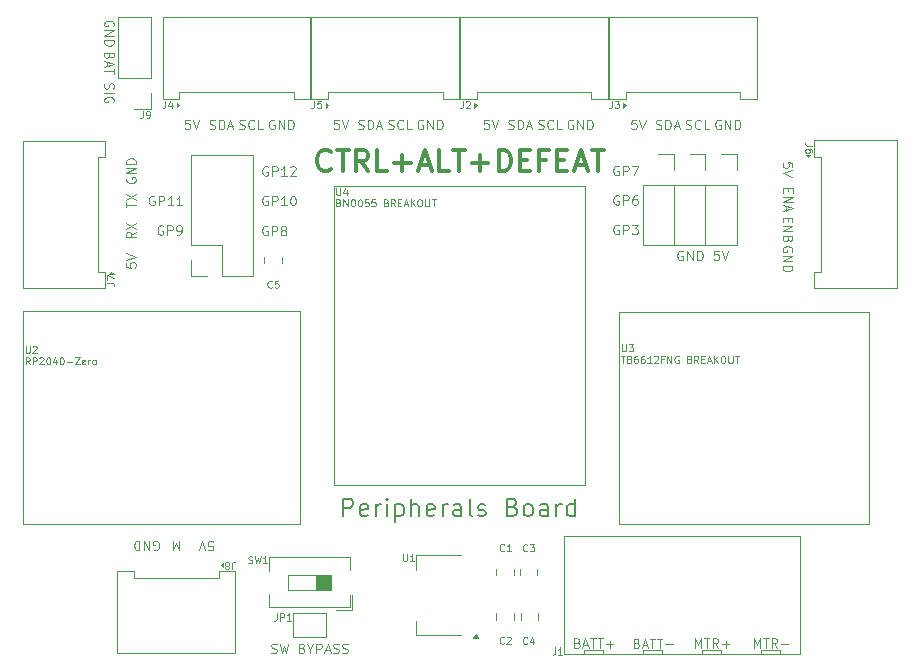
<source format=gbr>
%TF.GenerationSoftware,KiCad,Pcbnew,9.0.2*%
%TF.CreationDate,2025-07-16T11:23:16+05:30*%
%TF.ProjectId,peripherals-board-v2,70657269-7068-4657-9261-6c732d626f61,2*%
%TF.SameCoordinates,Original*%
%TF.FileFunction,Legend,Top*%
%TF.FilePolarity,Positive*%
%FSLAX46Y46*%
G04 Gerber Fmt 4.6, Leading zero omitted, Abs format (unit mm)*
G04 Created by KiCad (PCBNEW 9.0.2) date 2025-07-16 11:23:16*
%MOMM*%
%LPD*%
G01*
G04 APERTURE LIST*
%ADD10C,0.075000*%
%ADD11C,0.100000*%
%ADD12C,0.187500*%
%ADD13C,0.360000*%
%ADD14C,0.120000*%
G04 APERTURE END LIST*
D10*
X64179999Y-54624671D02*
X64179999Y-55053242D01*
X64179999Y-55053242D02*
X64151428Y-55138957D01*
X64151428Y-55138957D02*
X64094285Y-55196100D01*
X64094285Y-55196100D02*
X64008571Y-55224671D01*
X64008571Y-55224671D02*
X63951428Y-55224671D01*
X64751428Y-54624671D02*
X64465714Y-54624671D01*
X64465714Y-54624671D02*
X64437142Y-54910385D01*
X64437142Y-54910385D02*
X64465714Y-54881814D01*
X64465714Y-54881814D02*
X64522857Y-54853242D01*
X64522857Y-54853242D02*
X64665714Y-54853242D01*
X64665714Y-54853242D02*
X64722857Y-54881814D01*
X64722857Y-54881814D02*
X64751428Y-54910385D01*
X64751428Y-54910385D02*
X64779999Y-54967528D01*
X64779999Y-54967528D02*
X64779999Y-55110385D01*
X64779999Y-55110385D02*
X64751428Y-55167528D01*
X64751428Y-55167528D02*
X64722857Y-55196100D01*
X64722857Y-55196100D02*
X64665714Y-55224671D01*
X64665714Y-55224671D02*
X64522857Y-55224671D01*
X64522857Y-55224671D02*
X64465714Y-55196100D01*
X64465714Y-55196100D02*
X64437142Y-55167528D01*
X57220000Y-94275328D02*
X57220000Y-93846757D01*
X57220000Y-93846757D02*
X57248571Y-93761042D01*
X57248571Y-93761042D02*
X57305714Y-93703900D01*
X57305714Y-93703900D02*
X57391428Y-93675328D01*
X57391428Y-93675328D02*
X57448571Y-93675328D01*
X56848571Y-94018185D02*
X56905714Y-94046757D01*
X56905714Y-94046757D02*
X56934285Y-94075328D01*
X56934285Y-94075328D02*
X56962857Y-94132471D01*
X56962857Y-94132471D02*
X56962857Y-94161042D01*
X56962857Y-94161042D02*
X56934285Y-94218185D01*
X56934285Y-94218185D02*
X56905714Y-94246757D01*
X56905714Y-94246757D02*
X56848571Y-94275328D01*
X56848571Y-94275328D02*
X56734285Y-94275328D01*
X56734285Y-94275328D02*
X56677143Y-94246757D01*
X56677143Y-94246757D02*
X56648571Y-94218185D01*
X56648571Y-94218185D02*
X56620000Y-94161042D01*
X56620000Y-94161042D02*
X56620000Y-94132471D01*
X56620000Y-94132471D02*
X56648571Y-94075328D01*
X56648571Y-94075328D02*
X56677143Y-94046757D01*
X56677143Y-94046757D02*
X56734285Y-94018185D01*
X56734285Y-94018185D02*
X56848571Y-94018185D01*
X56848571Y-94018185D02*
X56905714Y-93989614D01*
X56905714Y-93989614D02*
X56934285Y-93961042D01*
X56934285Y-93961042D02*
X56962857Y-93903900D01*
X56962857Y-93903900D02*
X56962857Y-93789614D01*
X56962857Y-93789614D02*
X56934285Y-93732471D01*
X56934285Y-93732471D02*
X56905714Y-93703900D01*
X56905714Y-93703900D02*
X56848571Y-93675328D01*
X56848571Y-93675328D02*
X56734285Y-93675328D01*
X56734285Y-93675328D02*
X56677143Y-93703900D01*
X56677143Y-93703900D02*
X56648571Y-93732471D01*
X56648571Y-93732471D02*
X56620000Y-93789614D01*
X56620000Y-93789614D02*
X56620000Y-93903900D01*
X56620000Y-93903900D02*
X56648571Y-93961042D01*
X56648571Y-93961042D02*
X56677143Y-93989614D01*
X56677143Y-93989614D02*
X56734285Y-94018185D01*
D11*
X52766666Y-91867104D02*
X52766666Y-92667104D01*
X52766666Y-92667104D02*
X52500000Y-92095676D01*
X52500000Y-92095676D02*
X52233333Y-92667104D01*
X52233333Y-92667104D02*
X52233333Y-91867104D01*
D10*
X60600000Y-70387528D02*
X60571428Y-70416100D01*
X60571428Y-70416100D02*
X60485714Y-70444671D01*
X60485714Y-70444671D02*
X60428571Y-70444671D01*
X60428571Y-70444671D02*
X60342857Y-70416100D01*
X60342857Y-70416100D02*
X60285714Y-70358957D01*
X60285714Y-70358957D02*
X60257143Y-70301814D01*
X60257143Y-70301814D02*
X60228571Y-70187528D01*
X60228571Y-70187528D02*
X60228571Y-70101814D01*
X60228571Y-70101814D02*
X60257143Y-69987528D01*
X60257143Y-69987528D02*
X60285714Y-69930385D01*
X60285714Y-69930385D02*
X60342857Y-69873242D01*
X60342857Y-69873242D02*
X60428571Y-69844671D01*
X60428571Y-69844671D02*
X60485714Y-69844671D01*
X60485714Y-69844671D02*
X60571428Y-69873242D01*
X60571428Y-69873242D02*
X60600000Y-69901814D01*
X61142857Y-69844671D02*
X60857143Y-69844671D01*
X60857143Y-69844671D02*
X60828571Y-70130385D01*
X60828571Y-70130385D02*
X60857143Y-70101814D01*
X60857143Y-70101814D02*
X60914286Y-70073242D01*
X60914286Y-70073242D02*
X61057143Y-70073242D01*
X61057143Y-70073242D02*
X61114286Y-70101814D01*
X61114286Y-70101814D02*
X61142857Y-70130385D01*
X61142857Y-70130385D02*
X61171428Y-70187528D01*
X61171428Y-70187528D02*
X61171428Y-70330385D01*
X61171428Y-70330385D02*
X61142857Y-70387528D01*
X61142857Y-70387528D02*
X61114286Y-70416100D01*
X61114286Y-70416100D02*
X61057143Y-70444671D01*
X61057143Y-70444671D02*
X60914286Y-70444671D01*
X60914286Y-70444671D02*
X60857143Y-70416100D01*
X60857143Y-70416100D02*
X60828571Y-70387528D01*
X89389999Y-54634671D02*
X89389999Y-55063242D01*
X89389999Y-55063242D02*
X89361428Y-55148957D01*
X89361428Y-55148957D02*
X89304285Y-55206100D01*
X89304285Y-55206100D02*
X89218571Y-55234671D01*
X89218571Y-55234671D02*
X89161428Y-55234671D01*
X89618571Y-54634671D02*
X89989999Y-54634671D01*
X89989999Y-54634671D02*
X89789999Y-54863242D01*
X89789999Y-54863242D02*
X89875714Y-54863242D01*
X89875714Y-54863242D02*
X89932857Y-54891814D01*
X89932857Y-54891814D02*
X89961428Y-54920385D01*
X89961428Y-54920385D02*
X89989999Y-54977528D01*
X89989999Y-54977528D02*
X89989999Y-55120385D01*
X89989999Y-55120385D02*
X89961428Y-55177528D01*
X89961428Y-55177528D02*
X89932857Y-55206100D01*
X89932857Y-55206100D02*
X89875714Y-55234671D01*
X89875714Y-55234671D02*
X89704285Y-55234671D01*
X89704285Y-55234671D02*
X89647142Y-55206100D01*
X89647142Y-55206100D02*
X89618571Y-55177528D01*
X51579999Y-54634671D02*
X51579999Y-55063242D01*
X51579999Y-55063242D02*
X51551428Y-55148957D01*
X51551428Y-55148957D02*
X51494285Y-55206100D01*
X51494285Y-55206100D02*
X51408571Y-55234671D01*
X51408571Y-55234671D02*
X51351428Y-55234671D01*
X52122857Y-54834671D02*
X52122857Y-55234671D01*
X51979999Y-54606100D02*
X51837142Y-55034671D01*
X51837142Y-55034671D02*
X52208571Y-55034671D01*
D11*
X60247618Y-62720990D02*
X60171428Y-62682895D01*
X60171428Y-62682895D02*
X60057142Y-62682895D01*
X60057142Y-62682895D02*
X59942856Y-62720990D01*
X59942856Y-62720990D02*
X59866666Y-62797180D01*
X59866666Y-62797180D02*
X59828571Y-62873371D01*
X59828571Y-62873371D02*
X59790475Y-63025752D01*
X59790475Y-63025752D02*
X59790475Y-63140038D01*
X59790475Y-63140038D02*
X59828571Y-63292419D01*
X59828571Y-63292419D02*
X59866666Y-63368609D01*
X59866666Y-63368609D02*
X59942856Y-63444800D01*
X59942856Y-63444800D02*
X60057142Y-63482895D01*
X60057142Y-63482895D02*
X60133333Y-63482895D01*
X60133333Y-63482895D02*
X60247618Y-63444800D01*
X60247618Y-63444800D02*
X60285714Y-63406704D01*
X60285714Y-63406704D02*
X60285714Y-63140038D01*
X60285714Y-63140038D02*
X60133333Y-63140038D01*
X60628571Y-63482895D02*
X60628571Y-62682895D01*
X60628571Y-62682895D02*
X60933333Y-62682895D01*
X60933333Y-62682895D02*
X61009523Y-62720990D01*
X61009523Y-62720990D02*
X61047618Y-62759085D01*
X61047618Y-62759085D02*
X61085714Y-62835276D01*
X61085714Y-62835276D02*
X61085714Y-62949561D01*
X61085714Y-62949561D02*
X61047618Y-63025752D01*
X61047618Y-63025752D02*
X61009523Y-63063847D01*
X61009523Y-63063847D02*
X60933333Y-63101942D01*
X60933333Y-63101942D02*
X60628571Y-63101942D01*
X61847618Y-63482895D02*
X61390475Y-63482895D01*
X61619047Y-63482895D02*
X61619047Y-62682895D01*
X61619047Y-62682895D02*
X61542856Y-62797180D01*
X61542856Y-62797180D02*
X61466666Y-62873371D01*
X61466666Y-62873371D02*
X61390475Y-62911466D01*
X62342857Y-62682895D02*
X62419047Y-62682895D01*
X62419047Y-62682895D02*
X62495238Y-62720990D01*
X62495238Y-62720990D02*
X62533333Y-62759085D01*
X62533333Y-62759085D02*
X62571428Y-62835276D01*
X62571428Y-62835276D02*
X62609523Y-62987657D01*
X62609523Y-62987657D02*
X62609523Y-63178133D01*
X62609523Y-63178133D02*
X62571428Y-63330514D01*
X62571428Y-63330514D02*
X62533333Y-63406704D01*
X62533333Y-63406704D02*
X62495238Y-63444800D01*
X62495238Y-63444800D02*
X62419047Y-63482895D01*
X62419047Y-63482895D02*
X62342857Y-63482895D01*
X62342857Y-63482895D02*
X62266666Y-63444800D01*
X62266666Y-63444800D02*
X62228571Y-63406704D01*
X62228571Y-63406704D02*
X62190476Y-63330514D01*
X62190476Y-63330514D02*
X62152380Y-63178133D01*
X62152380Y-63178133D02*
X62152380Y-62987657D01*
X62152380Y-62987657D02*
X62190476Y-62835276D01*
X62190476Y-62835276D02*
X62228571Y-62759085D01*
X62228571Y-62759085D02*
X62266666Y-62720990D01*
X62266666Y-62720990D02*
X62342857Y-62682895D01*
X46455200Y-53130952D02*
X46417104Y-53245238D01*
X46417104Y-53245238D02*
X46417104Y-53435714D01*
X46417104Y-53435714D02*
X46455200Y-53511905D01*
X46455200Y-53511905D02*
X46493295Y-53550000D01*
X46493295Y-53550000D02*
X46569485Y-53588095D01*
X46569485Y-53588095D02*
X46645676Y-53588095D01*
X46645676Y-53588095D02*
X46721866Y-53550000D01*
X46721866Y-53550000D02*
X46759961Y-53511905D01*
X46759961Y-53511905D02*
X46798057Y-53435714D01*
X46798057Y-53435714D02*
X46836152Y-53283333D01*
X46836152Y-53283333D02*
X46874247Y-53207143D01*
X46874247Y-53207143D02*
X46912342Y-53169048D01*
X46912342Y-53169048D02*
X46988533Y-53130952D01*
X46988533Y-53130952D02*
X47064723Y-53130952D01*
X47064723Y-53130952D02*
X47140914Y-53169048D01*
X47140914Y-53169048D02*
X47179009Y-53207143D01*
X47179009Y-53207143D02*
X47217104Y-53283333D01*
X47217104Y-53283333D02*
X47217104Y-53473810D01*
X47217104Y-53473810D02*
X47179009Y-53588095D01*
X46417104Y-53930953D02*
X47217104Y-53930953D01*
X47179009Y-54730952D02*
X47217104Y-54654762D01*
X47217104Y-54654762D02*
X47217104Y-54540476D01*
X47217104Y-54540476D02*
X47179009Y-54426190D01*
X47179009Y-54426190D02*
X47102819Y-54350000D01*
X47102819Y-54350000D02*
X47026628Y-54311905D01*
X47026628Y-54311905D02*
X46874247Y-54273809D01*
X46874247Y-54273809D02*
X46759961Y-54273809D01*
X46759961Y-54273809D02*
X46607580Y-54311905D01*
X46607580Y-54311905D02*
X46531390Y-54350000D01*
X46531390Y-54350000D02*
X46455200Y-54426190D01*
X46455200Y-54426190D02*
X46417104Y-54540476D01*
X46417104Y-54540476D02*
X46417104Y-54616667D01*
X46417104Y-54616667D02*
X46455200Y-54730952D01*
X46455200Y-54730952D02*
X46493295Y-54769048D01*
X46493295Y-54769048D02*
X46759961Y-54769048D01*
X46759961Y-54769048D02*
X46759961Y-54616667D01*
X67928571Y-56994800D02*
X68042857Y-57032895D01*
X68042857Y-57032895D02*
X68233333Y-57032895D01*
X68233333Y-57032895D02*
X68309524Y-56994800D01*
X68309524Y-56994800D02*
X68347619Y-56956704D01*
X68347619Y-56956704D02*
X68385714Y-56880514D01*
X68385714Y-56880514D02*
X68385714Y-56804323D01*
X68385714Y-56804323D02*
X68347619Y-56728133D01*
X68347619Y-56728133D02*
X68309524Y-56690038D01*
X68309524Y-56690038D02*
X68233333Y-56651942D01*
X68233333Y-56651942D02*
X68080952Y-56613847D01*
X68080952Y-56613847D02*
X68004762Y-56575752D01*
X68004762Y-56575752D02*
X67966667Y-56537657D01*
X67966667Y-56537657D02*
X67928571Y-56461466D01*
X67928571Y-56461466D02*
X67928571Y-56385276D01*
X67928571Y-56385276D02*
X67966667Y-56309085D01*
X67966667Y-56309085D02*
X68004762Y-56270990D01*
X68004762Y-56270990D02*
X68080952Y-56232895D01*
X68080952Y-56232895D02*
X68271429Y-56232895D01*
X68271429Y-56232895D02*
X68385714Y-56270990D01*
X68728572Y-57032895D02*
X68728572Y-56232895D01*
X68728572Y-56232895D02*
X68919048Y-56232895D01*
X68919048Y-56232895D02*
X69033334Y-56270990D01*
X69033334Y-56270990D02*
X69109524Y-56347180D01*
X69109524Y-56347180D02*
X69147619Y-56423371D01*
X69147619Y-56423371D02*
X69185715Y-56575752D01*
X69185715Y-56575752D02*
X69185715Y-56690038D01*
X69185715Y-56690038D02*
X69147619Y-56842419D01*
X69147619Y-56842419D02*
X69109524Y-56918609D01*
X69109524Y-56918609D02*
X69033334Y-56994800D01*
X69033334Y-56994800D02*
X68919048Y-57032895D01*
X68919048Y-57032895D02*
X68728572Y-57032895D01*
X69490476Y-56804323D02*
X69871429Y-56804323D01*
X69414286Y-57032895D02*
X69680953Y-56232895D01*
X69680953Y-56232895D02*
X69947619Y-57032895D01*
D10*
X71712857Y-92984671D02*
X71712857Y-93470385D01*
X71712857Y-93470385D02*
X71741428Y-93527528D01*
X71741428Y-93527528D02*
X71770000Y-93556100D01*
X71770000Y-93556100D02*
X71827142Y-93584671D01*
X71827142Y-93584671D02*
X71941428Y-93584671D01*
X71941428Y-93584671D02*
X71998571Y-93556100D01*
X71998571Y-93556100D02*
X72027142Y-93527528D01*
X72027142Y-93527528D02*
X72055714Y-93470385D01*
X72055714Y-93470385D02*
X72055714Y-92984671D01*
X72655713Y-93584671D02*
X72312856Y-93584671D01*
X72484285Y-93584671D02*
X72484285Y-92984671D01*
X72484285Y-92984671D02*
X72427142Y-93070385D01*
X72427142Y-93070385D02*
X72369999Y-93127528D01*
X72369999Y-93127528D02*
X72312856Y-93156100D01*
D11*
X48282895Y-63659523D02*
X48282895Y-63202380D01*
X49082895Y-63430952D02*
X48282895Y-63430952D01*
X48282895Y-63011904D02*
X49082895Y-62478570D01*
X48282895Y-62478570D02*
X49082895Y-63011904D01*
X55328571Y-56994800D02*
X55442857Y-57032895D01*
X55442857Y-57032895D02*
X55633333Y-57032895D01*
X55633333Y-57032895D02*
X55709524Y-56994800D01*
X55709524Y-56994800D02*
X55747619Y-56956704D01*
X55747619Y-56956704D02*
X55785714Y-56880514D01*
X55785714Y-56880514D02*
X55785714Y-56804323D01*
X55785714Y-56804323D02*
X55747619Y-56728133D01*
X55747619Y-56728133D02*
X55709524Y-56690038D01*
X55709524Y-56690038D02*
X55633333Y-56651942D01*
X55633333Y-56651942D02*
X55480952Y-56613847D01*
X55480952Y-56613847D02*
X55404762Y-56575752D01*
X55404762Y-56575752D02*
X55366667Y-56537657D01*
X55366667Y-56537657D02*
X55328571Y-56461466D01*
X55328571Y-56461466D02*
X55328571Y-56385276D01*
X55328571Y-56385276D02*
X55366667Y-56309085D01*
X55366667Y-56309085D02*
X55404762Y-56270990D01*
X55404762Y-56270990D02*
X55480952Y-56232895D01*
X55480952Y-56232895D02*
X55671429Y-56232895D01*
X55671429Y-56232895D02*
X55785714Y-56270990D01*
X56128572Y-57032895D02*
X56128572Y-56232895D01*
X56128572Y-56232895D02*
X56319048Y-56232895D01*
X56319048Y-56232895D02*
X56433334Y-56270990D01*
X56433334Y-56270990D02*
X56509524Y-56347180D01*
X56509524Y-56347180D02*
X56547619Y-56423371D01*
X56547619Y-56423371D02*
X56585715Y-56575752D01*
X56585715Y-56575752D02*
X56585715Y-56690038D01*
X56585715Y-56690038D02*
X56547619Y-56842419D01*
X56547619Y-56842419D02*
X56509524Y-56918609D01*
X56509524Y-56918609D02*
X56433334Y-56994800D01*
X56433334Y-56994800D02*
X56319048Y-57032895D01*
X56319048Y-57032895D02*
X56128572Y-57032895D01*
X56890476Y-56804323D02*
X57271429Y-56804323D01*
X56814286Y-57032895D02*
X57080953Y-56232895D01*
X57080953Y-56232895D02*
X57347619Y-57032895D01*
X47179009Y-48290476D02*
X47217104Y-48214286D01*
X47217104Y-48214286D02*
X47217104Y-48100000D01*
X47217104Y-48100000D02*
X47179009Y-47985714D01*
X47179009Y-47985714D02*
X47102819Y-47909524D01*
X47102819Y-47909524D02*
X47026628Y-47871429D01*
X47026628Y-47871429D02*
X46874247Y-47833333D01*
X46874247Y-47833333D02*
X46759961Y-47833333D01*
X46759961Y-47833333D02*
X46607580Y-47871429D01*
X46607580Y-47871429D02*
X46531390Y-47909524D01*
X46531390Y-47909524D02*
X46455200Y-47985714D01*
X46455200Y-47985714D02*
X46417104Y-48100000D01*
X46417104Y-48100000D02*
X46417104Y-48176191D01*
X46417104Y-48176191D02*
X46455200Y-48290476D01*
X46455200Y-48290476D02*
X46493295Y-48328572D01*
X46493295Y-48328572D02*
X46759961Y-48328572D01*
X46759961Y-48328572D02*
X46759961Y-48176191D01*
X46417104Y-48671429D02*
X47217104Y-48671429D01*
X47217104Y-48671429D02*
X46417104Y-49128572D01*
X46417104Y-49128572D02*
X47217104Y-49128572D01*
X46417104Y-49509524D02*
X47217104Y-49509524D01*
X47217104Y-49509524D02*
X47217104Y-49700000D01*
X47217104Y-49700000D02*
X47179009Y-49814286D01*
X47179009Y-49814286D02*
X47102819Y-49890476D01*
X47102819Y-49890476D02*
X47026628Y-49928571D01*
X47026628Y-49928571D02*
X46874247Y-49966667D01*
X46874247Y-49966667D02*
X46759961Y-49966667D01*
X46759961Y-49966667D02*
X46607580Y-49928571D01*
X46607580Y-49928571D02*
X46531390Y-49890476D01*
X46531390Y-49890476D02*
X46455200Y-49814286D01*
X46455200Y-49814286D02*
X46417104Y-49700000D01*
X46417104Y-49700000D02*
X46417104Y-49509524D01*
X83147618Y-56994800D02*
X83261904Y-57032895D01*
X83261904Y-57032895D02*
X83452380Y-57032895D01*
X83452380Y-57032895D02*
X83528571Y-56994800D01*
X83528571Y-56994800D02*
X83566666Y-56956704D01*
X83566666Y-56956704D02*
X83604761Y-56880514D01*
X83604761Y-56880514D02*
X83604761Y-56804323D01*
X83604761Y-56804323D02*
X83566666Y-56728133D01*
X83566666Y-56728133D02*
X83528571Y-56690038D01*
X83528571Y-56690038D02*
X83452380Y-56651942D01*
X83452380Y-56651942D02*
X83299999Y-56613847D01*
X83299999Y-56613847D02*
X83223809Y-56575752D01*
X83223809Y-56575752D02*
X83185714Y-56537657D01*
X83185714Y-56537657D02*
X83147618Y-56461466D01*
X83147618Y-56461466D02*
X83147618Y-56385276D01*
X83147618Y-56385276D02*
X83185714Y-56309085D01*
X83185714Y-56309085D02*
X83223809Y-56270990D01*
X83223809Y-56270990D02*
X83299999Y-56232895D01*
X83299999Y-56232895D02*
X83490476Y-56232895D01*
X83490476Y-56232895D02*
X83604761Y-56270990D01*
X84404762Y-56956704D02*
X84366666Y-56994800D01*
X84366666Y-56994800D02*
X84252381Y-57032895D01*
X84252381Y-57032895D02*
X84176190Y-57032895D01*
X84176190Y-57032895D02*
X84061904Y-56994800D01*
X84061904Y-56994800D02*
X83985714Y-56918609D01*
X83985714Y-56918609D02*
X83947619Y-56842419D01*
X83947619Y-56842419D02*
X83909523Y-56690038D01*
X83909523Y-56690038D02*
X83909523Y-56575752D01*
X83909523Y-56575752D02*
X83947619Y-56423371D01*
X83947619Y-56423371D02*
X83985714Y-56347180D01*
X83985714Y-56347180D02*
X84061904Y-56270990D01*
X84061904Y-56270990D02*
X84176190Y-56232895D01*
X84176190Y-56232895D02*
X84252381Y-56232895D01*
X84252381Y-56232895D02*
X84366666Y-56270990D01*
X84366666Y-56270990D02*
X84404762Y-56309085D01*
X85128571Y-57032895D02*
X84747619Y-57032895D01*
X84747619Y-57032895D02*
X84747619Y-56232895D01*
X53647619Y-56232895D02*
X53266667Y-56232895D01*
X53266667Y-56232895D02*
X53228571Y-56613847D01*
X53228571Y-56613847D02*
X53266667Y-56575752D01*
X53266667Y-56575752D02*
X53342857Y-56537657D01*
X53342857Y-56537657D02*
X53533333Y-56537657D01*
X53533333Y-56537657D02*
X53609524Y-56575752D01*
X53609524Y-56575752D02*
X53647619Y-56613847D01*
X53647619Y-56613847D02*
X53685714Y-56690038D01*
X53685714Y-56690038D02*
X53685714Y-56880514D01*
X53685714Y-56880514D02*
X53647619Y-56956704D01*
X53647619Y-56956704D02*
X53609524Y-56994800D01*
X53609524Y-56994800D02*
X53533333Y-57032895D01*
X53533333Y-57032895D02*
X53342857Y-57032895D01*
X53342857Y-57032895D02*
X53266667Y-56994800D01*
X53266667Y-56994800D02*
X53228571Y-56956704D01*
X53914286Y-56232895D02*
X54180953Y-57032895D01*
X54180953Y-57032895D02*
X54447619Y-56232895D01*
X55202380Y-92667104D02*
X55583332Y-92667104D01*
X55583332Y-92667104D02*
X55621428Y-92286152D01*
X55621428Y-92286152D02*
X55583332Y-92324247D01*
X55583332Y-92324247D02*
X55507142Y-92362342D01*
X55507142Y-92362342D02*
X55316666Y-92362342D01*
X55316666Y-92362342D02*
X55240475Y-92324247D01*
X55240475Y-92324247D02*
X55202380Y-92286152D01*
X55202380Y-92286152D02*
X55164285Y-92209961D01*
X55164285Y-92209961D02*
X55164285Y-92019485D01*
X55164285Y-92019485D02*
X55202380Y-91943295D01*
X55202380Y-91943295D02*
X55240475Y-91905200D01*
X55240475Y-91905200D02*
X55316666Y-91867104D01*
X55316666Y-91867104D02*
X55507142Y-91867104D01*
X55507142Y-91867104D02*
X55583332Y-91905200D01*
X55583332Y-91905200D02*
X55621428Y-91943295D01*
X54935713Y-92667104D02*
X54669046Y-91867104D01*
X54669046Y-91867104D02*
X54402380Y-92667104D01*
X60247618Y-60220990D02*
X60171428Y-60182895D01*
X60171428Y-60182895D02*
X60057142Y-60182895D01*
X60057142Y-60182895D02*
X59942856Y-60220990D01*
X59942856Y-60220990D02*
X59866666Y-60297180D01*
X59866666Y-60297180D02*
X59828571Y-60373371D01*
X59828571Y-60373371D02*
X59790475Y-60525752D01*
X59790475Y-60525752D02*
X59790475Y-60640038D01*
X59790475Y-60640038D02*
X59828571Y-60792419D01*
X59828571Y-60792419D02*
X59866666Y-60868609D01*
X59866666Y-60868609D02*
X59942856Y-60944800D01*
X59942856Y-60944800D02*
X60057142Y-60982895D01*
X60057142Y-60982895D02*
X60133333Y-60982895D01*
X60133333Y-60982895D02*
X60247618Y-60944800D01*
X60247618Y-60944800D02*
X60285714Y-60906704D01*
X60285714Y-60906704D02*
X60285714Y-60640038D01*
X60285714Y-60640038D02*
X60133333Y-60640038D01*
X60628571Y-60982895D02*
X60628571Y-60182895D01*
X60628571Y-60182895D02*
X60933333Y-60182895D01*
X60933333Y-60182895D02*
X61009523Y-60220990D01*
X61009523Y-60220990D02*
X61047618Y-60259085D01*
X61047618Y-60259085D02*
X61085714Y-60335276D01*
X61085714Y-60335276D02*
X61085714Y-60449561D01*
X61085714Y-60449561D02*
X61047618Y-60525752D01*
X61047618Y-60525752D02*
X61009523Y-60563847D01*
X61009523Y-60563847D02*
X60933333Y-60601942D01*
X60933333Y-60601942D02*
X60628571Y-60601942D01*
X61847618Y-60982895D02*
X61390475Y-60982895D01*
X61619047Y-60982895D02*
X61619047Y-60182895D01*
X61619047Y-60182895D02*
X61542856Y-60297180D01*
X61542856Y-60297180D02*
X61466666Y-60373371D01*
X61466666Y-60373371D02*
X61390475Y-60411466D01*
X62152380Y-60259085D02*
X62190476Y-60220990D01*
X62190476Y-60220990D02*
X62266666Y-60182895D01*
X62266666Y-60182895D02*
X62457142Y-60182895D01*
X62457142Y-60182895D02*
X62533333Y-60220990D01*
X62533333Y-60220990D02*
X62571428Y-60259085D01*
X62571428Y-60259085D02*
X62609523Y-60335276D01*
X62609523Y-60335276D02*
X62609523Y-60411466D01*
X62609523Y-60411466D02*
X62571428Y-60525752D01*
X62571428Y-60525752D02*
X62114285Y-60982895D01*
X62114285Y-60982895D02*
X62609523Y-60982895D01*
X48320990Y-61159523D02*
X48282895Y-61235713D01*
X48282895Y-61235713D02*
X48282895Y-61349999D01*
X48282895Y-61349999D02*
X48320990Y-61464285D01*
X48320990Y-61464285D02*
X48397180Y-61540475D01*
X48397180Y-61540475D02*
X48473371Y-61578570D01*
X48473371Y-61578570D02*
X48625752Y-61616666D01*
X48625752Y-61616666D02*
X48740038Y-61616666D01*
X48740038Y-61616666D02*
X48892419Y-61578570D01*
X48892419Y-61578570D02*
X48968609Y-61540475D01*
X48968609Y-61540475D02*
X49044800Y-61464285D01*
X49044800Y-61464285D02*
X49082895Y-61349999D01*
X49082895Y-61349999D02*
X49082895Y-61273808D01*
X49082895Y-61273808D02*
X49044800Y-61159523D01*
X49044800Y-61159523D02*
X49006704Y-61121427D01*
X49006704Y-61121427D02*
X48740038Y-61121427D01*
X48740038Y-61121427D02*
X48740038Y-61273808D01*
X49082895Y-60778570D02*
X48282895Y-60778570D01*
X48282895Y-60778570D02*
X49082895Y-60321427D01*
X49082895Y-60321427D02*
X48282895Y-60321427D01*
X49082895Y-59940475D02*
X48282895Y-59940475D01*
X48282895Y-59940475D02*
X48282895Y-59749999D01*
X48282895Y-59749999D02*
X48320990Y-59635713D01*
X48320990Y-59635713D02*
X48397180Y-59559523D01*
X48397180Y-59559523D02*
X48473371Y-59521428D01*
X48473371Y-59521428D02*
X48625752Y-59483332D01*
X48625752Y-59483332D02*
X48740038Y-59483332D01*
X48740038Y-59483332D02*
X48892419Y-59521428D01*
X48892419Y-59521428D02*
X48968609Y-59559523D01*
X48968609Y-59559523D02*
X49044800Y-59635713D01*
X49044800Y-59635713D02*
X49082895Y-59749999D01*
X49082895Y-59749999D02*
X49082895Y-59940475D01*
X91447619Y-56232895D02*
X91066667Y-56232895D01*
X91066667Y-56232895D02*
X91028571Y-56613847D01*
X91028571Y-56613847D02*
X91066667Y-56575752D01*
X91066667Y-56575752D02*
X91142857Y-56537657D01*
X91142857Y-56537657D02*
X91333333Y-56537657D01*
X91333333Y-56537657D02*
X91409524Y-56575752D01*
X91409524Y-56575752D02*
X91447619Y-56613847D01*
X91447619Y-56613847D02*
X91485714Y-56690038D01*
X91485714Y-56690038D02*
X91485714Y-56880514D01*
X91485714Y-56880514D02*
X91447619Y-56956704D01*
X91447619Y-56956704D02*
X91409524Y-56994800D01*
X91409524Y-56994800D02*
X91333333Y-57032895D01*
X91333333Y-57032895D02*
X91142857Y-57032895D01*
X91142857Y-57032895D02*
X91066667Y-56994800D01*
X91066667Y-56994800D02*
X91028571Y-56956704D01*
X91714286Y-56232895D02*
X91980953Y-57032895D01*
X91980953Y-57032895D02*
X92247619Y-56232895D01*
D12*
X66628571Y-89806678D02*
X66628571Y-88306678D01*
X66628571Y-88306678D02*
X67200000Y-88306678D01*
X67200000Y-88306678D02*
X67342857Y-88378107D01*
X67342857Y-88378107D02*
X67414286Y-88449535D01*
X67414286Y-88449535D02*
X67485714Y-88592392D01*
X67485714Y-88592392D02*
X67485714Y-88806678D01*
X67485714Y-88806678D02*
X67414286Y-88949535D01*
X67414286Y-88949535D02*
X67342857Y-89020964D01*
X67342857Y-89020964D02*
X67200000Y-89092392D01*
X67200000Y-89092392D02*
X66628571Y-89092392D01*
X68700000Y-89735250D02*
X68557143Y-89806678D01*
X68557143Y-89806678D02*
X68271429Y-89806678D01*
X68271429Y-89806678D02*
X68128571Y-89735250D01*
X68128571Y-89735250D02*
X68057143Y-89592392D01*
X68057143Y-89592392D02*
X68057143Y-89020964D01*
X68057143Y-89020964D02*
X68128571Y-88878107D01*
X68128571Y-88878107D02*
X68271429Y-88806678D01*
X68271429Y-88806678D02*
X68557143Y-88806678D01*
X68557143Y-88806678D02*
X68700000Y-88878107D01*
X68700000Y-88878107D02*
X68771429Y-89020964D01*
X68771429Y-89020964D02*
X68771429Y-89163821D01*
X68771429Y-89163821D02*
X68057143Y-89306678D01*
X69414285Y-89806678D02*
X69414285Y-88806678D01*
X69414285Y-89092392D02*
X69485714Y-88949535D01*
X69485714Y-88949535D02*
X69557143Y-88878107D01*
X69557143Y-88878107D02*
X69700000Y-88806678D01*
X69700000Y-88806678D02*
X69842857Y-88806678D01*
X70342856Y-89806678D02*
X70342856Y-88806678D01*
X70342856Y-88306678D02*
X70271428Y-88378107D01*
X70271428Y-88378107D02*
X70342856Y-88449535D01*
X70342856Y-88449535D02*
X70414285Y-88378107D01*
X70414285Y-88378107D02*
X70342856Y-88306678D01*
X70342856Y-88306678D02*
X70342856Y-88449535D01*
X71057142Y-88806678D02*
X71057142Y-90306678D01*
X71057142Y-88878107D02*
X71200000Y-88806678D01*
X71200000Y-88806678D02*
X71485714Y-88806678D01*
X71485714Y-88806678D02*
X71628571Y-88878107D01*
X71628571Y-88878107D02*
X71700000Y-88949535D01*
X71700000Y-88949535D02*
X71771428Y-89092392D01*
X71771428Y-89092392D02*
X71771428Y-89520964D01*
X71771428Y-89520964D02*
X71700000Y-89663821D01*
X71700000Y-89663821D02*
X71628571Y-89735250D01*
X71628571Y-89735250D02*
X71485714Y-89806678D01*
X71485714Y-89806678D02*
X71200000Y-89806678D01*
X71200000Y-89806678D02*
X71057142Y-89735250D01*
X72414285Y-89806678D02*
X72414285Y-88306678D01*
X73057143Y-89806678D02*
X73057143Y-89020964D01*
X73057143Y-89020964D02*
X72985714Y-88878107D01*
X72985714Y-88878107D02*
X72842857Y-88806678D01*
X72842857Y-88806678D02*
X72628571Y-88806678D01*
X72628571Y-88806678D02*
X72485714Y-88878107D01*
X72485714Y-88878107D02*
X72414285Y-88949535D01*
X74342857Y-89735250D02*
X74200000Y-89806678D01*
X74200000Y-89806678D02*
X73914286Y-89806678D01*
X73914286Y-89806678D02*
X73771428Y-89735250D01*
X73771428Y-89735250D02*
X73700000Y-89592392D01*
X73700000Y-89592392D02*
X73700000Y-89020964D01*
X73700000Y-89020964D02*
X73771428Y-88878107D01*
X73771428Y-88878107D02*
X73914286Y-88806678D01*
X73914286Y-88806678D02*
X74200000Y-88806678D01*
X74200000Y-88806678D02*
X74342857Y-88878107D01*
X74342857Y-88878107D02*
X74414286Y-89020964D01*
X74414286Y-89020964D02*
X74414286Y-89163821D01*
X74414286Y-89163821D02*
X73700000Y-89306678D01*
X75057142Y-89806678D02*
X75057142Y-88806678D01*
X75057142Y-89092392D02*
X75128571Y-88949535D01*
X75128571Y-88949535D02*
X75200000Y-88878107D01*
X75200000Y-88878107D02*
X75342857Y-88806678D01*
X75342857Y-88806678D02*
X75485714Y-88806678D01*
X76628571Y-89806678D02*
X76628571Y-89020964D01*
X76628571Y-89020964D02*
X76557142Y-88878107D01*
X76557142Y-88878107D02*
X76414285Y-88806678D01*
X76414285Y-88806678D02*
X76128571Y-88806678D01*
X76128571Y-88806678D02*
X75985713Y-88878107D01*
X76628571Y-89735250D02*
X76485713Y-89806678D01*
X76485713Y-89806678D02*
X76128571Y-89806678D01*
X76128571Y-89806678D02*
X75985713Y-89735250D01*
X75985713Y-89735250D02*
X75914285Y-89592392D01*
X75914285Y-89592392D02*
X75914285Y-89449535D01*
X75914285Y-89449535D02*
X75985713Y-89306678D01*
X75985713Y-89306678D02*
X76128571Y-89235250D01*
X76128571Y-89235250D02*
X76485713Y-89235250D01*
X76485713Y-89235250D02*
X76628571Y-89163821D01*
X77557142Y-89806678D02*
X77414285Y-89735250D01*
X77414285Y-89735250D02*
X77342856Y-89592392D01*
X77342856Y-89592392D02*
X77342856Y-88306678D01*
X78057142Y-89735250D02*
X78199999Y-89806678D01*
X78199999Y-89806678D02*
X78485713Y-89806678D01*
X78485713Y-89806678D02*
X78628570Y-89735250D01*
X78628570Y-89735250D02*
X78699999Y-89592392D01*
X78699999Y-89592392D02*
X78699999Y-89520964D01*
X78699999Y-89520964D02*
X78628570Y-89378107D01*
X78628570Y-89378107D02*
X78485713Y-89306678D01*
X78485713Y-89306678D02*
X78271428Y-89306678D01*
X78271428Y-89306678D02*
X78128570Y-89235250D01*
X78128570Y-89235250D02*
X78057142Y-89092392D01*
X78057142Y-89092392D02*
X78057142Y-89020964D01*
X78057142Y-89020964D02*
X78128570Y-88878107D01*
X78128570Y-88878107D02*
X78271428Y-88806678D01*
X78271428Y-88806678D02*
X78485713Y-88806678D01*
X78485713Y-88806678D02*
X78628570Y-88878107D01*
X80985713Y-89020964D02*
X81199999Y-89092392D01*
X81199999Y-89092392D02*
X81271428Y-89163821D01*
X81271428Y-89163821D02*
X81342856Y-89306678D01*
X81342856Y-89306678D02*
X81342856Y-89520964D01*
X81342856Y-89520964D02*
X81271428Y-89663821D01*
X81271428Y-89663821D02*
X81199999Y-89735250D01*
X81199999Y-89735250D02*
X81057142Y-89806678D01*
X81057142Y-89806678D02*
X80485713Y-89806678D01*
X80485713Y-89806678D02*
X80485713Y-88306678D01*
X80485713Y-88306678D02*
X80985713Y-88306678D01*
X80985713Y-88306678D02*
X81128571Y-88378107D01*
X81128571Y-88378107D02*
X81199999Y-88449535D01*
X81199999Y-88449535D02*
X81271428Y-88592392D01*
X81271428Y-88592392D02*
X81271428Y-88735250D01*
X81271428Y-88735250D02*
X81199999Y-88878107D01*
X81199999Y-88878107D02*
X81128571Y-88949535D01*
X81128571Y-88949535D02*
X80985713Y-89020964D01*
X80985713Y-89020964D02*
X80485713Y-89020964D01*
X82199999Y-89806678D02*
X82057142Y-89735250D01*
X82057142Y-89735250D02*
X81985713Y-89663821D01*
X81985713Y-89663821D02*
X81914285Y-89520964D01*
X81914285Y-89520964D02*
X81914285Y-89092392D01*
X81914285Y-89092392D02*
X81985713Y-88949535D01*
X81985713Y-88949535D02*
X82057142Y-88878107D01*
X82057142Y-88878107D02*
X82199999Y-88806678D01*
X82199999Y-88806678D02*
X82414285Y-88806678D01*
X82414285Y-88806678D02*
X82557142Y-88878107D01*
X82557142Y-88878107D02*
X82628571Y-88949535D01*
X82628571Y-88949535D02*
X82699999Y-89092392D01*
X82699999Y-89092392D02*
X82699999Y-89520964D01*
X82699999Y-89520964D02*
X82628571Y-89663821D01*
X82628571Y-89663821D02*
X82557142Y-89735250D01*
X82557142Y-89735250D02*
X82414285Y-89806678D01*
X82414285Y-89806678D02*
X82199999Y-89806678D01*
X83985714Y-89806678D02*
X83985714Y-89020964D01*
X83985714Y-89020964D02*
X83914285Y-88878107D01*
X83914285Y-88878107D02*
X83771428Y-88806678D01*
X83771428Y-88806678D02*
X83485714Y-88806678D01*
X83485714Y-88806678D02*
X83342856Y-88878107D01*
X83985714Y-89735250D02*
X83842856Y-89806678D01*
X83842856Y-89806678D02*
X83485714Y-89806678D01*
X83485714Y-89806678D02*
X83342856Y-89735250D01*
X83342856Y-89735250D02*
X83271428Y-89592392D01*
X83271428Y-89592392D02*
X83271428Y-89449535D01*
X83271428Y-89449535D02*
X83342856Y-89306678D01*
X83342856Y-89306678D02*
X83485714Y-89235250D01*
X83485714Y-89235250D02*
X83842856Y-89235250D01*
X83842856Y-89235250D02*
X83985714Y-89163821D01*
X84699999Y-89806678D02*
X84699999Y-88806678D01*
X84699999Y-89092392D02*
X84771428Y-88949535D01*
X84771428Y-88949535D02*
X84842857Y-88878107D01*
X84842857Y-88878107D02*
X84985714Y-88806678D01*
X84985714Y-88806678D02*
X85128571Y-88806678D01*
X86271428Y-89806678D02*
X86271428Y-88306678D01*
X86271428Y-89735250D02*
X86128570Y-89806678D01*
X86128570Y-89806678D02*
X85842856Y-89806678D01*
X85842856Y-89806678D02*
X85699999Y-89735250D01*
X85699999Y-89735250D02*
X85628570Y-89663821D01*
X85628570Y-89663821D02*
X85557142Y-89520964D01*
X85557142Y-89520964D02*
X85557142Y-89092392D01*
X85557142Y-89092392D02*
X85628570Y-88949535D01*
X85628570Y-88949535D02*
X85699999Y-88878107D01*
X85699999Y-88878107D02*
X85842856Y-88806678D01*
X85842856Y-88806678D02*
X86128570Y-88806678D01*
X86128570Y-88806678D02*
X86271428Y-88878107D01*
D10*
X80260000Y-100547528D02*
X80231428Y-100576100D01*
X80231428Y-100576100D02*
X80145714Y-100604671D01*
X80145714Y-100604671D02*
X80088571Y-100604671D01*
X80088571Y-100604671D02*
X80002857Y-100576100D01*
X80002857Y-100576100D02*
X79945714Y-100518957D01*
X79945714Y-100518957D02*
X79917143Y-100461814D01*
X79917143Y-100461814D02*
X79888571Y-100347528D01*
X79888571Y-100347528D02*
X79888571Y-100261814D01*
X79888571Y-100261814D02*
X79917143Y-100147528D01*
X79917143Y-100147528D02*
X79945714Y-100090385D01*
X79945714Y-100090385D02*
X80002857Y-100033242D01*
X80002857Y-100033242D02*
X80088571Y-100004671D01*
X80088571Y-100004671D02*
X80145714Y-100004671D01*
X80145714Y-100004671D02*
X80231428Y-100033242D01*
X80231428Y-100033242D02*
X80260000Y-100061814D01*
X80488571Y-100061814D02*
X80517143Y-100033242D01*
X80517143Y-100033242D02*
X80574286Y-100004671D01*
X80574286Y-100004671D02*
X80717143Y-100004671D01*
X80717143Y-100004671D02*
X80774286Y-100033242D01*
X80774286Y-100033242D02*
X80802857Y-100061814D01*
X80802857Y-100061814D02*
X80831428Y-100118957D01*
X80831428Y-100118957D02*
X80831428Y-100176100D01*
X80831428Y-100176100D02*
X80802857Y-100261814D01*
X80802857Y-100261814D02*
X80460000Y-100604671D01*
X80460000Y-100604671D02*
X80831428Y-100604671D01*
D11*
X101393333Y-100946895D02*
X101393333Y-100146895D01*
X101393333Y-100146895D02*
X101659999Y-100718323D01*
X101659999Y-100718323D02*
X101926666Y-100146895D01*
X101926666Y-100146895D02*
X101926666Y-100946895D01*
X102193333Y-100146895D02*
X102650476Y-100146895D01*
X102421904Y-100946895D02*
X102421904Y-100146895D01*
X103374286Y-100946895D02*
X103107619Y-100565942D01*
X102917143Y-100946895D02*
X102917143Y-100146895D01*
X102917143Y-100146895D02*
X103221905Y-100146895D01*
X103221905Y-100146895D02*
X103298095Y-100184990D01*
X103298095Y-100184990D02*
X103336190Y-100223085D01*
X103336190Y-100223085D02*
X103374286Y-100299276D01*
X103374286Y-100299276D02*
X103374286Y-100413561D01*
X103374286Y-100413561D02*
X103336190Y-100489752D01*
X103336190Y-100489752D02*
X103298095Y-100527847D01*
X103298095Y-100527847D02*
X103221905Y-100565942D01*
X103221905Y-100565942D02*
X102917143Y-100565942D01*
X103717143Y-100642133D02*
X104326667Y-100642133D01*
X48282895Y-68352380D02*
X48282895Y-68733332D01*
X48282895Y-68733332D02*
X48663847Y-68771428D01*
X48663847Y-68771428D02*
X48625752Y-68733332D01*
X48625752Y-68733332D02*
X48587657Y-68657142D01*
X48587657Y-68657142D02*
X48587657Y-68466666D01*
X48587657Y-68466666D02*
X48625752Y-68390475D01*
X48625752Y-68390475D02*
X48663847Y-68352380D01*
X48663847Y-68352380D02*
X48740038Y-68314285D01*
X48740038Y-68314285D02*
X48930514Y-68314285D01*
X48930514Y-68314285D02*
X49006704Y-68352380D01*
X49006704Y-68352380D02*
X49044800Y-68390475D01*
X49044800Y-68390475D02*
X49082895Y-68466666D01*
X49082895Y-68466666D02*
X49082895Y-68657142D01*
X49082895Y-68657142D02*
X49044800Y-68733332D01*
X49044800Y-68733332D02*
X49006704Y-68771428D01*
X48282895Y-68085713D02*
X49082895Y-67819046D01*
X49082895Y-67819046D02*
X48282895Y-67552380D01*
X46836152Y-50809523D02*
X46798057Y-50923809D01*
X46798057Y-50923809D02*
X46759961Y-50961904D01*
X46759961Y-50961904D02*
X46683771Y-51000000D01*
X46683771Y-51000000D02*
X46569485Y-51000000D01*
X46569485Y-51000000D02*
X46493295Y-50961904D01*
X46493295Y-50961904D02*
X46455200Y-50923809D01*
X46455200Y-50923809D02*
X46417104Y-50847619D01*
X46417104Y-50847619D02*
X46417104Y-50542857D01*
X46417104Y-50542857D02*
X47217104Y-50542857D01*
X47217104Y-50542857D02*
X47217104Y-50809523D01*
X47217104Y-50809523D02*
X47179009Y-50885714D01*
X47179009Y-50885714D02*
X47140914Y-50923809D01*
X47140914Y-50923809D02*
X47064723Y-50961904D01*
X47064723Y-50961904D02*
X46988533Y-50961904D01*
X46988533Y-50961904D02*
X46912342Y-50923809D01*
X46912342Y-50923809D02*
X46874247Y-50885714D01*
X46874247Y-50885714D02*
X46836152Y-50809523D01*
X46836152Y-50809523D02*
X46836152Y-50542857D01*
X46645676Y-51304761D02*
X46645676Y-51685714D01*
X46417104Y-51228571D02*
X47217104Y-51495238D01*
X47217104Y-51495238D02*
X46417104Y-51761904D01*
X47217104Y-51914285D02*
X47217104Y-52371428D01*
X46417104Y-52142856D02*
X47217104Y-52142856D01*
D10*
X84599999Y-100914671D02*
X84599999Y-101343242D01*
X84599999Y-101343242D02*
X84571428Y-101428957D01*
X84571428Y-101428957D02*
X84514285Y-101486100D01*
X84514285Y-101486100D02*
X84428571Y-101514671D01*
X84428571Y-101514671D02*
X84371428Y-101514671D01*
X85199999Y-101514671D02*
X84857142Y-101514671D01*
X85028571Y-101514671D02*
X85028571Y-100914671D01*
X85028571Y-100914671D02*
X84971428Y-101000385D01*
X84971428Y-101000385D02*
X84914285Y-101057528D01*
X84914285Y-101057528D02*
X84857142Y-101086100D01*
X49679999Y-55494671D02*
X49679999Y-55923242D01*
X49679999Y-55923242D02*
X49651428Y-56008957D01*
X49651428Y-56008957D02*
X49594285Y-56066100D01*
X49594285Y-56066100D02*
X49508571Y-56094671D01*
X49508571Y-56094671D02*
X49451428Y-56094671D01*
X49994285Y-56094671D02*
X50108571Y-56094671D01*
X50108571Y-56094671D02*
X50165714Y-56066100D01*
X50165714Y-56066100D02*
X50194285Y-56037528D01*
X50194285Y-56037528D02*
X50251428Y-55951814D01*
X50251428Y-55951814D02*
X50279999Y-55837528D01*
X50279999Y-55837528D02*
X50279999Y-55608957D01*
X50279999Y-55608957D02*
X50251428Y-55551814D01*
X50251428Y-55551814D02*
X50222857Y-55523242D01*
X50222857Y-55523242D02*
X50165714Y-55494671D01*
X50165714Y-55494671D02*
X50051428Y-55494671D01*
X50051428Y-55494671D02*
X49994285Y-55523242D01*
X49994285Y-55523242D02*
X49965714Y-55551814D01*
X49965714Y-55551814D02*
X49937142Y-55608957D01*
X49937142Y-55608957D02*
X49937142Y-55751814D01*
X49937142Y-55751814D02*
X49965714Y-55808957D01*
X49965714Y-55808957D02*
X49994285Y-55837528D01*
X49994285Y-55837528D02*
X50051428Y-55866100D01*
X50051428Y-55866100D02*
X50165714Y-55866100D01*
X50165714Y-55866100D02*
X50222857Y-55837528D01*
X50222857Y-55837528D02*
X50251428Y-55808957D01*
X50251428Y-55808957D02*
X50279999Y-55751814D01*
D11*
X95390476Y-67370990D02*
X95314286Y-67332895D01*
X95314286Y-67332895D02*
X95200000Y-67332895D01*
X95200000Y-67332895D02*
X95085714Y-67370990D01*
X95085714Y-67370990D02*
X95009524Y-67447180D01*
X95009524Y-67447180D02*
X94971429Y-67523371D01*
X94971429Y-67523371D02*
X94933333Y-67675752D01*
X94933333Y-67675752D02*
X94933333Y-67790038D01*
X94933333Y-67790038D02*
X94971429Y-67942419D01*
X94971429Y-67942419D02*
X95009524Y-68018609D01*
X95009524Y-68018609D02*
X95085714Y-68094800D01*
X95085714Y-68094800D02*
X95200000Y-68132895D01*
X95200000Y-68132895D02*
X95276191Y-68132895D01*
X95276191Y-68132895D02*
X95390476Y-68094800D01*
X95390476Y-68094800D02*
X95428572Y-68056704D01*
X95428572Y-68056704D02*
X95428572Y-67790038D01*
X95428572Y-67790038D02*
X95276191Y-67790038D01*
X95771429Y-68132895D02*
X95771429Y-67332895D01*
X95771429Y-67332895D02*
X96228572Y-68132895D01*
X96228572Y-68132895D02*
X96228572Y-67332895D01*
X96609524Y-68132895D02*
X96609524Y-67332895D01*
X96609524Y-67332895D02*
X96800000Y-67332895D01*
X96800000Y-67332895D02*
X96914286Y-67370990D01*
X96914286Y-67370990D02*
X96990476Y-67447180D01*
X96990476Y-67447180D02*
X97028571Y-67523371D01*
X97028571Y-67523371D02*
X97066667Y-67675752D01*
X97066667Y-67675752D02*
X97066667Y-67790038D01*
X97066667Y-67790038D02*
X97028571Y-67942419D01*
X97028571Y-67942419D02*
X96990476Y-68018609D01*
X96990476Y-68018609D02*
X96914286Y-68094800D01*
X96914286Y-68094800D02*
X96800000Y-68132895D01*
X96800000Y-68132895D02*
X96609524Y-68132895D01*
D10*
X76789999Y-54634671D02*
X76789999Y-55063242D01*
X76789999Y-55063242D02*
X76761428Y-55148957D01*
X76761428Y-55148957D02*
X76704285Y-55206100D01*
X76704285Y-55206100D02*
X76618571Y-55234671D01*
X76618571Y-55234671D02*
X76561428Y-55234671D01*
X77047142Y-54691814D02*
X77075714Y-54663242D01*
X77075714Y-54663242D02*
X77132857Y-54634671D01*
X77132857Y-54634671D02*
X77275714Y-54634671D01*
X77275714Y-54634671D02*
X77332857Y-54663242D01*
X77332857Y-54663242D02*
X77361428Y-54691814D01*
X77361428Y-54691814D02*
X77389999Y-54748957D01*
X77389999Y-54748957D02*
X77389999Y-54806100D01*
X77389999Y-54806100D02*
X77361428Y-54891814D01*
X77361428Y-54891814D02*
X77018571Y-55234671D01*
X77018571Y-55234671D02*
X77389999Y-55234671D01*
D11*
X86090476Y-56270990D02*
X86014286Y-56232895D01*
X86014286Y-56232895D02*
X85900000Y-56232895D01*
X85900000Y-56232895D02*
X85785714Y-56270990D01*
X85785714Y-56270990D02*
X85709524Y-56347180D01*
X85709524Y-56347180D02*
X85671429Y-56423371D01*
X85671429Y-56423371D02*
X85633333Y-56575752D01*
X85633333Y-56575752D02*
X85633333Y-56690038D01*
X85633333Y-56690038D02*
X85671429Y-56842419D01*
X85671429Y-56842419D02*
X85709524Y-56918609D01*
X85709524Y-56918609D02*
X85785714Y-56994800D01*
X85785714Y-56994800D02*
X85900000Y-57032895D01*
X85900000Y-57032895D02*
X85976191Y-57032895D01*
X85976191Y-57032895D02*
X86090476Y-56994800D01*
X86090476Y-56994800D02*
X86128572Y-56956704D01*
X86128572Y-56956704D02*
X86128572Y-56690038D01*
X86128572Y-56690038D02*
X85976191Y-56690038D01*
X86471429Y-57032895D02*
X86471429Y-56232895D01*
X86471429Y-56232895D02*
X86928572Y-57032895D01*
X86928572Y-57032895D02*
X86928572Y-56232895D01*
X87309524Y-57032895D02*
X87309524Y-56232895D01*
X87309524Y-56232895D02*
X87500000Y-56232895D01*
X87500000Y-56232895D02*
X87614286Y-56270990D01*
X87614286Y-56270990D02*
X87690476Y-56347180D01*
X87690476Y-56347180D02*
X87728571Y-56423371D01*
X87728571Y-56423371D02*
X87766667Y-56575752D01*
X87766667Y-56575752D02*
X87766667Y-56690038D01*
X87766667Y-56690038D02*
X87728571Y-56842419D01*
X87728571Y-56842419D02*
X87690476Y-56918609D01*
X87690476Y-56918609D02*
X87614286Y-56994800D01*
X87614286Y-56994800D02*
X87500000Y-57032895D01*
X87500000Y-57032895D02*
X87309524Y-57032895D01*
D10*
X39752199Y-75374671D02*
X39752199Y-75860385D01*
X39752199Y-75860385D02*
X39780770Y-75917528D01*
X39780770Y-75917528D02*
X39809342Y-75946100D01*
X39809342Y-75946100D02*
X39866484Y-75974671D01*
X39866484Y-75974671D02*
X39980770Y-75974671D01*
X39980770Y-75974671D02*
X40037913Y-75946100D01*
X40037913Y-75946100D02*
X40066484Y-75917528D01*
X40066484Y-75917528D02*
X40095056Y-75860385D01*
X40095056Y-75860385D02*
X40095056Y-75374671D01*
X40352198Y-75431814D02*
X40380770Y-75403242D01*
X40380770Y-75403242D02*
X40437913Y-75374671D01*
X40437913Y-75374671D02*
X40580770Y-75374671D01*
X40580770Y-75374671D02*
X40637913Y-75403242D01*
X40637913Y-75403242D02*
X40666484Y-75431814D01*
X40666484Y-75431814D02*
X40695055Y-75488957D01*
X40695055Y-75488957D02*
X40695055Y-75546100D01*
X40695055Y-75546100D02*
X40666484Y-75631814D01*
X40666484Y-75631814D02*
X40323627Y-75974671D01*
X40323627Y-75974671D02*
X40695055Y-75974671D01*
X40095056Y-76940637D02*
X39895056Y-76654923D01*
X39752199Y-76940637D02*
X39752199Y-76340637D01*
X39752199Y-76340637D02*
X39980770Y-76340637D01*
X39980770Y-76340637D02*
X40037913Y-76369208D01*
X40037913Y-76369208D02*
X40066484Y-76397780D01*
X40066484Y-76397780D02*
X40095056Y-76454923D01*
X40095056Y-76454923D02*
X40095056Y-76540637D01*
X40095056Y-76540637D02*
X40066484Y-76597780D01*
X40066484Y-76597780D02*
X40037913Y-76626351D01*
X40037913Y-76626351D02*
X39980770Y-76654923D01*
X39980770Y-76654923D02*
X39752199Y-76654923D01*
X40352199Y-76940637D02*
X40352199Y-76340637D01*
X40352199Y-76340637D02*
X40580770Y-76340637D01*
X40580770Y-76340637D02*
X40637913Y-76369208D01*
X40637913Y-76369208D02*
X40666484Y-76397780D01*
X40666484Y-76397780D02*
X40695056Y-76454923D01*
X40695056Y-76454923D02*
X40695056Y-76540637D01*
X40695056Y-76540637D02*
X40666484Y-76597780D01*
X40666484Y-76597780D02*
X40637913Y-76626351D01*
X40637913Y-76626351D02*
X40580770Y-76654923D01*
X40580770Y-76654923D02*
X40352199Y-76654923D01*
X40923627Y-76397780D02*
X40952199Y-76369208D01*
X40952199Y-76369208D02*
X41009342Y-76340637D01*
X41009342Y-76340637D02*
X41152199Y-76340637D01*
X41152199Y-76340637D02*
X41209342Y-76369208D01*
X41209342Y-76369208D02*
X41237913Y-76397780D01*
X41237913Y-76397780D02*
X41266484Y-76454923D01*
X41266484Y-76454923D02*
X41266484Y-76512066D01*
X41266484Y-76512066D02*
X41237913Y-76597780D01*
X41237913Y-76597780D02*
X40895056Y-76940637D01*
X40895056Y-76940637D02*
X41266484Y-76940637D01*
X41637913Y-76340637D02*
X41695056Y-76340637D01*
X41695056Y-76340637D02*
X41752199Y-76369208D01*
X41752199Y-76369208D02*
X41780771Y-76397780D01*
X41780771Y-76397780D02*
X41809342Y-76454923D01*
X41809342Y-76454923D02*
X41837913Y-76569208D01*
X41837913Y-76569208D02*
X41837913Y-76712066D01*
X41837913Y-76712066D02*
X41809342Y-76826351D01*
X41809342Y-76826351D02*
X41780771Y-76883494D01*
X41780771Y-76883494D02*
X41752199Y-76912066D01*
X41752199Y-76912066D02*
X41695056Y-76940637D01*
X41695056Y-76940637D02*
X41637913Y-76940637D01*
X41637913Y-76940637D02*
X41580771Y-76912066D01*
X41580771Y-76912066D02*
X41552199Y-76883494D01*
X41552199Y-76883494D02*
X41523628Y-76826351D01*
X41523628Y-76826351D02*
X41495056Y-76712066D01*
X41495056Y-76712066D02*
X41495056Y-76569208D01*
X41495056Y-76569208D02*
X41523628Y-76454923D01*
X41523628Y-76454923D02*
X41552199Y-76397780D01*
X41552199Y-76397780D02*
X41580771Y-76369208D01*
X41580771Y-76369208D02*
X41637913Y-76340637D01*
X42352200Y-76540637D02*
X42352200Y-76940637D01*
X42209342Y-76312066D02*
X42066485Y-76740637D01*
X42066485Y-76740637D02*
X42437914Y-76740637D01*
X42780771Y-76340637D02*
X42837914Y-76340637D01*
X42837914Y-76340637D02*
X42895057Y-76369208D01*
X42895057Y-76369208D02*
X42923629Y-76397780D01*
X42923629Y-76397780D02*
X42952200Y-76454923D01*
X42952200Y-76454923D02*
X42980771Y-76569208D01*
X42980771Y-76569208D02*
X42980771Y-76712066D01*
X42980771Y-76712066D02*
X42952200Y-76826351D01*
X42952200Y-76826351D02*
X42923629Y-76883494D01*
X42923629Y-76883494D02*
X42895057Y-76912066D01*
X42895057Y-76912066D02*
X42837914Y-76940637D01*
X42837914Y-76940637D02*
X42780771Y-76940637D01*
X42780771Y-76940637D02*
X42723629Y-76912066D01*
X42723629Y-76912066D02*
X42695057Y-76883494D01*
X42695057Y-76883494D02*
X42666486Y-76826351D01*
X42666486Y-76826351D02*
X42637914Y-76712066D01*
X42637914Y-76712066D02*
X42637914Y-76569208D01*
X42637914Y-76569208D02*
X42666486Y-76454923D01*
X42666486Y-76454923D02*
X42695057Y-76397780D01*
X42695057Y-76397780D02*
X42723629Y-76369208D01*
X42723629Y-76369208D02*
X42780771Y-76340637D01*
X43237915Y-76712066D02*
X43695058Y-76712066D01*
X43923629Y-76340637D02*
X44323629Y-76340637D01*
X44323629Y-76340637D02*
X43923629Y-76940637D01*
X43923629Y-76940637D02*
X44323629Y-76940637D01*
X44780772Y-76912066D02*
X44723629Y-76940637D01*
X44723629Y-76940637D02*
X44609344Y-76940637D01*
X44609344Y-76940637D02*
X44552201Y-76912066D01*
X44552201Y-76912066D02*
X44523629Y-76854923D01*
X44523629Y-76854923D02*
X44523629Y-76626351D01*
X44523629Y-76626351D02*
X44552201Y-76569208D01*
X44552201Y-76569208D02*
X44609344Y-76540637D01*
X44609344Y-76540637D02*
X44723629Y-76540637D01*
X44723629Y-76540637D02*
X44780772Y-76569208D01*
X44780772Y-76569208D02*
X44809344Y-76626351D01*
X44809344Y-76626351D02*
X44809344Y-76683494D01*
X44809344Y-76683494D02*
X44523629Y-76740637D01*
X45066487Y-76940637D02*
X45066487Y-76540637D01*
X45066487Y-76654923D02*
X45095058Y-76597780D01*
X45095058Y-76597780D02*
X45123630Y-76569208D01*
X45123630Y-76569208D02*
X45180772Y-76540637D01*
X45180772Y-76540637D02*
X45237915Y-76540637D01*
X45523630Y-76940637D02*
X45466487Y-76912066D01*
X45466487Y-76912066D02*
X45437916Y-76883494D01*
X45437916Y-76883494D02*
X45409344Y-76826351D01*
X45409344Y-76826351D02*
X45409344Y-76654923D01*
X45409344Y-76654923D02*
X45437916Y-76597780D01*
X45437916Y-76597780D02*
X45466487Y-76569208D01*
X45466487Y-76569208D02*
X45523630Y-76540637D01*
X45523630Y-76540637D02*
X45609344Y-76540637D01*
X45609344Y-76540637D02*
X45666487Y-76569208D01*
X45666487Y-76569208D02*
X45695059Y-76597780D01*
X45695059Y-76597780D02*
X45723630Y-76654923D01*
X45723630Y-76654923D02*
X45723630Y-76826351D01*
X45723630Y-76826351D02*
X45695059Y-76883494D01*
X45695059Y-76883494D02*
X45666487Y-76912066D01*
X45666487Y-76912066D02*
X45609344Y-76940637D01*
X45609344Y-76940637D02*
X45523630Y-76940637D01*
D11*
X91489523Y-100537847D02*
X91603809Y-100575942D01*
X91603809Y-100575942D02*
X91641904Y-100614038D01*
X91641904Y-100614038D02*
X91680000Y-100690228D01*
X91680000Y-100690228D02*
X91680000Y-100804514D01*
X91680000Y-100804514D02*
X91641904Y-100880704D01*
X91641904Y-100880704D02*
X91603809Y-100918800D01*
X91603809Y-100918800D02*
X91527619Y-100956895D01*
X91527619Y-100956895D02*
X91222857Y-100956895D01*
X91222857Y-100956895D02*
X91222857Y-100156895D01*
X91222857Y-100156895D02*
X91489523Y-100156895D01*
X91489523Y-100156895D02*
X91565714Y-100194990D01*
X91565714Y-100194990D02*
X91603809Y-100233085D01*
X91603809Y-100233085D02*
X91641904Y-100309276D01*
X91641904Y-100309276D02*
X91641904Y-100385466D01*
X91641904Y-100385466D02*
X91603809Y-100461657D01*
X91603809Y-100461657D02*
X91565714Y-100499752D01*
X91565714Y-100499752D02*
X91489523Y-100537847D01*
X91489523Y-100537847D02*
X91222857Y-100537847D01*
X91984761Y-100728323D02*
X92365714Y-100728323D01*
X91908571Y-100956895D02*
X92175238Y-100156895D01*
X92175238Y-100156895D02*
X92441904Y-100956895D01*
X92594285Y-100156895D02*
X93051428Y-100156895D01*
X92822856Y-100956895D02*
X92822856Y-100156895D01*
X93203809Y-100156895D02*
X93660952Y-100156895D01*
X93432380Y-100956895D02*
X93432380Y-100156895D01*
X93927619Y-100652133D02*
X94537143Y-100652133D01*
X50647618Y-62720990D02*
X50571428Y-62682895D01*
X50571428Y-62682895D02*
X50457142Y-62682895D01*
X50457142Y-62682895D02*
X50342856Y-62720990D01*
X50342856Y-62720990D02*
X50266666Y-62797180D01*
X50266666Y-62797180D02*
X50228571Y-62873371D01*
X50228571Y-62873371D02*
X50190475Y-63025752D01*
X50190475Y-63025752D02*
X50190475Y-63140038D01*
X50190475Y-63140038D02*
X50228571Y-63292419D01*
X50228571Y-63292419D02*
X50266666Y-63368609D01*
X50266666Y-63368609D02*
X50342856Y-63444800D01*
X50342856Y-63444800D02*
X50457142Y-63482895D01*
X50457142Y-63482895D02*
X50533333Y-63482895D01*
X50533333Y-63482895D02*
X50647618Y-63444800D01*
X50647618Y-63444800D02*
X50685714Y-63406704D01*
X50685714Y-63406704D02*
X50685714Y-63140038D01*
X50685714Y-63140038D02*
X50533333Y-63140038D01*
X51028571Y-63482895D02*
X51028571Y-62682895D01*
X51028571Y-62682895D02*
X51333333Y-62682895D01*
X51333333Y-62682895D02*
X51409523Y-62720990D01*
X51409523Y-62720990D02*
X51447618Y-62759085D01*
X51447618Y-62759085D02*
X51485714Y-62835276D01*
X51485714Y-62835276D02*
X51485714Y-62949561D01*
X51485714Y-62949561D02*
X51447618Y-63025752D01*
X51447618Y-63025752D02*
X51409523Y-63063847D01*
X51409523Y-63063847D02*
X51333333Y-63101942D01*
X51333333Y-63101942D02*
X51028571Y-63101942D01*
X52247618Y-63482895D02*
X51790475Y-63482895D01*
X52019047Y-63482895D02*
X52019047Y-62682895D01*
X52019047Y-62682895D02*
X51942856Y-62797180D01*
X51942856Y-62797180D02*
X51866666Y-62873371D01*
X51866666Y-62873371D02*
X51790475Y-62911466D01*
X53009523Y-63482895D02*
X52552380Y-63482895D01*
X52780952Y-63482895D02*
X52780952Y-62682895D01*
X52780952Y-62682895D02*
X52704761Y-62797180D01*
X52704761Y-62797180D02*
X52628571Y-62873371D01*
X52628571Y-62873371D02*
X52552380Y-62911466D01*
D13*
X65571428Y-60439565D02*
X65485714Y-60525280D01*
X65485714Y-60525280D02*
X65228571Y-60610994D01*
X65228571Y-60610994D02*
X65057143Y-60610994D01*
X65057143Y-60610994D02*
X64800000Y-60525280D01*
X64800000Y-60525280D02*
X64628571Y-60353851D01*
X64628571Y-60353851D02*
X64542857Y-60182422D01*
X64542857Y-60182422D02*
X64457143Y-59839565D01*
X64457143Y-59839565D02*
X64457143Y-59582422D01*
X64457143Y-59582422D02*
X64542857Y-59239565D01*
X64542857Y-59239565D02*
X64628571Y-59068137D01*
X64628571Y-59068137D02*
X64800000Y-58896708D01*
X64800000Y-58896708D02*
X65057143Y-58810994D01*
X65057143Y-58810994D02*
X65228571Y-58810994D01*
X65228571Y-58810994D02*
X65485714Y-58896708D01*
X65485714Y-58896708D02*
X65571428Y-58982422D01*
X66085714Y-58810994D02*
X67114286Y-58810994D01*
X66600000Y-60610994D02*
X66600000Y-58810994D01*
X68742857Y-60610994D02*
X68142857Y-59753851D01*
X67714286Y-60610994D02*
X67714286Y-58810994D01*
X67714286Y-58810994D02*
X68400000Y-58810994D01*
X68400000Y-58810994D02*
X68571429Y-58896708D01*
X68571429Y-58896708D02*
X68657143Y-58982422D01*
X68657143Y-58982422D02*
X68742857Y-59153851D01*
X68742857Y-59153851D02*
X68742857Y-59410994D01*
X68742857Y-59410994D02*
X68657143Y-59582422D01*
X68657143Y-59582422D02*
X68571429Y-59668137D01*
X68571429Y-59668137D02*
X68400000Y-59753851D01*
X68400000Y-59753851D02*
X67714286Y-59753851D01*
X70371429Y-60610994D02*
X69514286Y-60610994D01*
X69514286Y-60610994D02*
X69514286Y-58810994D01*
X70971429Y-59925280D02*
X72342858Y-59925280D01*
X71657143Y-60610994D02*
X71657143Y-59239565D01*
X73114286Y-60096708D02*
X73971429Y-60096708D01*
X72942857Y-60610994D02*
X73542857Y-58810994D01*
X73542857Y-58810994D02*
X74142857Y-60610994D01*
X75600000Y-60610994D02*
X74742857Y-60610994D01*
X74742857Y-60610994D02*
X74742857Y-58810994D01*
X75942857Y-58810994D02*
X76971429Y-58810994D01*
X76457143Y-60610994D02*
X76457143Y-58810994D01*
X77571429Y-59925280D02*
X78942858Y-59925280D01*
X78257143Y-60610994D02*
X78257143Y-59239565D01*
X79800000Y-60610994D02*
X79800000Y-58810994D01*
X79800000Y-58810994D02*
X80228571Y-58810994D01*
X80228571Y-58810994D02*
X80485714Y-58896708D01*
X80485714Y-58896708D02*
X80657143Y-59068137D01*
X80657143Y-59068137D02*
X80742857Y-59239565D01*
X80742857Y-59239565D02*
X80828571Y-59582422D01*
X80828571Y-59582422D02*
X80828571Y-59839565D01*
X80828571Y-59839565D02*
X80742857Y-60182422D01*
X80742857Y-60182422D02*
X80657143Y-60353851D01*
X80657143Y-60353851D02*
X80485714Y-60525280D01*
X80485714Y-60525280D02*
X80228571Y-60610994D01*
X80228571Y-60610994D02*
X79800000Y-60610994D01*
X81600000Y-59668137D02*
X82200000Y-59668137D01*
X82457143Y-60610994D02*
X81600000Y-60610994D01*
X81600000Y-60610994D02*
X81600000Y-58810994D01*
X81600000Y-58810994D02*
X82457143Y-58810994D01*
X83828571Y-59668137D02*
X83228571Y-59668137D01*
X83228571Y-60610994D02*
X83228571Y-58810994D01*
X83228571Y-58810994D02*
X84085714Y-58810994D01*
X84771428Y-59668137D02*
X85371428Y-59668137D01*
X85628571Y-60610994D02*
X84771428Y-60610994D01*
X84771428Y-60610994D02*
X84771428Y-58810994D01*
X84771428Y-58810994D02*
X85628571Y-58810994D01*
X86314285Y-60096708D02*
X87171428Y-60096708D01*
X86142856Y-60610994D02*
X86742856Y-58810994D01*
X86742856Y-58810994D02*
X87342856Y-60610994D01*
X87685713Y-58810994D02*
X88714285Y-58810994D01*
X88199999Y-60610994D02*
X88199999Y-58810994D01*
D10*
X106365328Y-58439999D02*
X105936757Y-58439999D01*
X105936757Y-58439999D02*
X105851042Y-58411428D01*
X105851042Y-58411428D02*
X105793900Y-58354285D01*
X105793900Y-58354285D02*
X105765328Y-58268571D01*
X105765328Y-58268571D02*
X105765328Y-58211428D01*
X106365328Y-58982857D02*
X106365328Y-58868571D01*
X106365328Y-58868571D02*
X106336757Y-58811428D01*
X106336757Y-58811428D02*
X106308185Y-58782857D01*
X106308185Y-58782857D02*
X106222471Y-58725714D01*
X106222471Y-58725714D02*
X106108185Y-58697142D01*
X106108185Y-58697142D02*
X105879614Y-58697142D01*
X105879614Y-58697142D02*
X105822471Y-58725714D01*
X105822471Y-58725714D02*
X105793900Y-58754285D01*
X105793900Y-58754285D02*
X105765328Y-58811428D01*
X105765328Y-58811428D02*
X105765328Y-58925714D01*
X105765328Y-58925714D02*
X105793900Y-58982857D01*
X105793900Y-58982857D02*
X105822471Y-59011428D01*
X105822471Y-59011428D02*
X105879614Y-59039999D01*
X105879614Y-59039999D02*
X106022471Y-59039999D01*
X106022471Y-59039999D02*
X106079614Y-59011428D01*
X106079614Y-59011428D02*
X106108185Y-58982857D01*
X106108185Y-58982857D02*
X106136757Y-58925714D01*
X106136757Y-58925714D02*
X106136757Y-58811428D01*
X106136757Y-58811428D02*
X106108185Y-58754285D01*
X106108185Y-58754285D02*
X106079614Y-58725714D01*
X106079614Y-58725714D02*
X106022471Y-58697142D01*
D11*
X70447618Y-56994800D02*
X70561904Y-57032895D01*
X70561904Y-57032895D02*
X70752380Y-57032895D01*
X70752380Y-57032895D02*
X70828571Y-56994800D01*
X70828571Y-56994800D02*
X70866666Y-56956704D01*
X70866666Y-56956704D02*
X70904761Y-56880514D01*
X70904761Y-56880514D02*
X70904761Y-56804323D01*
X70904761Y-56804323D02*
X70866666Y-56728133D01*
X70866666Y-56728133D02*
X70828571Y-56690038D01*
X70828571Y-56690038D02*
X70752380Y-56651942D01*
X70752380Y-56651942D02*
X70599999Y-56613847D01*
X70599999Y-56613847D02*
X70523809Y-56575752D01*
X70523809Y-56575752D02*
X70485714Y-56537657D01*
X70485714Y-56537657D02*
X70447618Y-56461466D01*
X70447618Y-56461466D02*
X70447618Y-56385276D01*
X70447618Y-56385276D02*
X70485714Y-56309085D01*
X70485714Y-56309085D02*
X70523809Y-56270990D01*
X70523809Y-56270990D02*
X70599999Y-56232895D01*
X70599999Y-56232895D02*
X70790476Y-56232895D01*
X70790476Y-56232895D02*
X70904761Y-56270990D01*
X71704762Y-56956704D02*
X71666666Y-56994800D01*
X71666666Y-56994800D02*
X71552381Y-57032895D01*
X71552381Y-57032895D02*
X71476190Y-57032895D01*
X71476190Y-57032895D02*
X71361904Y-56994800D01*
X71361904Y-56994800D02*
X71285714Y-56918609D01*
X71285714Y-56918609D02*
X71247619Y-56842419D01*
X71247619Y-56842419D02*
X71209523Y-56690038D01*
X71209523Y-56690038D02*
X71209523Y-56575752D01*
X71209523Y-56575752D02*
X71247619Y-56423371D01*
X71247619Y-56423371D02*
X71285714Y-56347180D01*
X71285714Y-56347180D02*
X71361904Y-56270990D01*
X71361904Y-56270990D02*
X71476190Y-56232895D01*
X71476190Y-56232895D02*
X71552381Y-56232895D01*
X71552381Y-56232895D02*
X71666666Y-56270990D01*
X71666666Y-56270990D02*
X71704762Y-56309085D01*
X72428571Y-57032895D02*
X72047619Y-57032895D01*
X72047619Y-57032895D02*
X72047619Y-56232895D01*
X89978571Y-62670990D02*
X89902381Y-62632895D01*
X89902381Y-62632895D02*
X89788095Y-62632895D01*
X89788095Y-62632895D02*
X89673809Y-62670990D01*
X89673809Y-62670990D02*
X89597619Y-62747180D01*
X89597619Y-62747180D02*
X89559524Y-62823371D01*
X89559524Y-62823371D02*
X89521428Y-62975752D01*
X89521428Y-62975752D02*
X89521428Y-63090038D01*
X89521428Y-63090038D02*
X89559524Y-63242419D01*
X89559524Y-63242419D02*
X89597619Y-63318609D01*
X89597619Y-63318609D02*
X89673809Y-63394800D01*
X89673809Y-63394800D02*
X89788095Y-63432895D01*
X89788095Y-63432895D02*
X89864286Y-63432895D01*
X89864286Y-63432895D02*
X89978571Y-63394800D01*
X89978571Y-63394800D02*
X90016667Y-63356704D01*
X90016667Y-63356704D02*
X90016667Y-63090038D01*
X90016667Y-63090038D02*
X89864286Y-63090038D01*
X90359524Y-63432895D02*
X90359524Y-62632895D01*
X90359524Y-62632895D02*
X90664286Y-62632895D01*
X90664286Y-62632895D02*
X90740476Y-62670990D01*
X90740476Y-62670990D02*
X90778571Y-62709085D01*
X90778571Y-62709085D02*
X90816667Y-62785276D01*
X90816667Y-62785276D02*
X90816667Y-62899561D01*
X90816667Y-62899561D02*
X90778571Y-62975752D01*
X90778571Y-62975752D02*
X90740476Y-63013847D01*
X90740476Y-63013847D02*
X90664286Y-63051942D01*
X90664286Y-63051942D02*
X90359524Y-63051942D01*
X91502381Y-62632895D02*
X91350000Y-62632895D01*
X91350000Y-62632895D02*
X91273809Y-62670990D01*
X91273809Y-62670990D02*
X91235714Y-62709085D01*
X91235714Y-62709085D02*
X91159524Y-62823371D01*
X91159524Y-62823371D02*
X91121428Y-62975752D01*
X91121428Y-62975752D02*
X91121428Y-63280514D01*
X91121428Y-63280514D02*
X91159524Y-63356704D01*
X91159524Y-63356704D02*
X91197619Y-63394800D01*
X91197619Y-63394800D02*
X91273809Y-63432895D01*
X91273809Y-63432895D02*
X91426190Y-63432895D01*
X91426190Y-63432895D02*
X91502381Y-63394800D01*
X91502381Y-63394800D02*
X91540476Y-63356704D01*
X91540476Y-63356704D02*
X91578571Y-63280514D01*
X91578571Y-63280514D02*
X91578571Y-63090038D01*
X91578571Y-63090038D02*
X91540476Y-63013847D01*
X91540476Y-63013847D02*
X91502381Y-62975752D01*
X91502381Y-62975752D02*
X91426190Y-62937657D01*
X91426190Y-62937657D02*
X91273809Y-62937657D01*
X91273809Y-62937657D02*
X91197619Y-62975752D01*
X91197619Y-62975752D02*
X91159524Y-63013847D01*
X91159524Y-63013847D02*
X91121428Y-63090038D01*
X98447619Y-67332895D02*
X98066667Y-67332895D01*
X98066667Y-67332895D02*
X98028571Y-67713847D01*
X98028571Y-67713847D02*
X98066667Y-67675752D01*
X98066667Y-67675752D02*
X98142857Y-67637657D01*
X98142857Y-67637657D02*
X98333333Y-67637657D01*
X98333333Y-67637657D02*
X98409524Y-67675752D01*
X98409524Y-67675752D02*
X98447619Y-67713847D01*
X98447619Y-67713847D02*
X98485714Y-67790038D01*
X98485714Y-67790038D02*
X98485714Y-67980514D01*
X98485714Y-67980514D02*
X98447619Y-68056704D01*
X98447619Y-68056704D02*
X98409524Y-68094800D01*
X98409524Y-68094800D02*
X98333333Y-68132895D01*
X98333333Y-68132895D02*
X98142857Y-68132895D01*
X98142857Y-68132895D02*
X98066667Y-68094800D01*
X98066667Y-68094800D02*
X98028571Y-68056704D01*
X98714286Y-67332895D02*
X98980953Y-68132895D01*
X98980953Y-68132895D02*
X99247619Y-67332895D01*
X60790476Y-56270990D02*
X60714286Y-56232895D01*
X60714286Y-56232895D02*
X60600000Y-56232895D01*
X60600000Y-56232895D02*
X60485714Y-56270990D01*
X60485714Y-56270990D02*
X60409524Y-56347180D01*
X60409524Y-56347180D02*
X60371429Y-56423371D01*
X60371429Y-56423371D02*
X60333333Y-56575752D01*
X60333333Y-56575752D02*
X60333333Y-56690038D01*
X60333333Y-56690038D02*
X60371429Y-56842419D01*
X60371429Y-56842419D02*
X60409524Y-56918609D01*
X60409524Y-56918609D02*
X60485714Y-56994800D01*
X60485714Y-56994800D02*
X60600000Y-57032895D01*
X60600000Y-57032895D02*
X60676191Y-57032895D01*
X60676191Y-57032895D02*
X60790476Y-56994800D01*
X60790476Y-56994800D02*
X60828572Y-56956704D01*
X60828572Y-56956704D02*
X60828572Y-56690038D01*
X60828572Y-56690038D02*
X60676191Y-56690038D01*
X61171429Y-57032895D02*
X61171429Y-56232895D01*
X61171429Y-56232895D02*
X61628572Y-57032895D01*
X61628572Y-57032895D02*
X61628572Y-56232895D01*
X62009524Y-57032895D02*
X62009524Y-56232895D01*
X62009524Y-56232895D02*
X62200000Y-56232895D01*
X62200000Y-56232895D02*
X62314286Y-56270990D01*
X62314286Y-56270990D02*
X62390476Y-56347180D01*
X62390476Y-56347180D02*
X62428571Y-56423371D01*
X62428571Y-56423371D02*
X62466667Y-56575752D01*
X62466667Y-56575752D02*
X62466667Y-56690038D01*
X62466667Y-56690038D02*
X62428571Y-56842419D01*
X62428571Y-56842419D02*
X62390476Y-56918609D01*
X62390476Y-56918609D02*
X62314286Y-56994800D01*
X62314286Y-56994800D02*
X62200000Y-57032895D01*
X62200000Y-57032895D02*
X62009524Y-57032895D01*
D10*
X80270000Y-92707528D02*
X80241428Y-92736100D01*
X80241428Y-92736100D02*
X80155714Y-92764671D01*
X80155714Y-92764671D02*
X80098571Y-92764671D01*
X80098571Y-92764671D02*
X80012857Y-92736100D01*
X80012857Y-92736100D02*
X79955714Y-92678957D01*
X79955714Y-92678957D02*
X79927143Y-92621814D01*
X79927143Y-92621814D02*
X79898571Y-92507528D01*
X79898571Y-92507528D02*
X79898571Y-92421814D01*
X79898571Y-92421814D02*
X79927143Y-92307528D01*
X79927143Y-92307528D02*
X79955714Y-92250385D01*
X79955714Y-92250385D02*
X80012857Y-92193242D01*
X80012857Y-92193242D02*
X80098571Y-92164671D01*
X80098571Y-92164671D02*
X80155714Y-92164671D01*
X80155714Y-92164671D02*
X80241428Y-92193242D01*
X80241428Y-92193242D02*
X80270000Y-92221814D01*
X80841428Y-92764671D02*
X80498571Y-92764671D01*
X80670000Y-92764671D02*
X80670000Y-92164671D01*
X80670000Y-92164671D02*
X80612857Y-92250385D01*
X80612857Y-92250385D02*
X80555714Y-92307528D01*
X80555714Y-92307528D02*
X80498571Y-92336100D01*
D11*
X93128571Y-56994800D02*
X93242857Y-57032895D01*
X93242857Y-57032895D02*
X93433333Y-57032895D01*
X93433333Y-57032895D02*
X93509524Y-56994800D01*
X93509524Y-56994800D02*
X93547619Y-56956704D01*
X93547619Y-56956704D02*
X93585714Y-56880514D01*
X93585714Y-56880514D02*
X93585714Y-56804323D01*
X93585714Y-56804323D02*
X93547619Y-56728133D01*
X93547619Y-56728133D02*
X93509524Y-56690038D01*
X93509524Y-56690038D02*
X93433333Y-56651942D01*
X93433333Y-56651942D02*
X93280952Y-56613847D01*
X93280952Y-56613847D02*
X93204762Y-56575752D01*
X93204762Y-56575752D02*
X93166667Y-56537657D01*
X93166667Y-56537657D02*
X93128571Y-56461466D01*
X93128571Y-56461466D02*
X93128571Y-56385276D01*
X93128571Y-56385276D02*
X93166667Y-56309085D01*
X93166667Y-56309085D02*
X93204762Y-56270990D01*
X93204762Y-56270990D02*
X93280952Y-56232895D01*
X93280952Y-56232895D02*
X93471429Y-56232895D01*
X93471429Y-56232895D02*
X93585714Y-56270990D01*
X93928572Y-57032895D02*
X93928572Y-56232895D01*
X93928572Y-56232895D02*
X94119048Y-56232895D01*
X94119048Y-56232895D02*
X94233334Y-56270990D01*
X94233334Y-56270990D02*
X94309524Y-56347180D01*
X94309524Y-56347180D02*
X94347619Y-56423371D01*
X94347619Y-56423371D02*
X94385715Y-56575752D01*
X94385715Y-56575752D02*
X94385715Y-56690038D01*
X94385715Y-56690038D02*
X94347619Y-56842419D01*
X94347619Y-56842419D02*
X94309524Y-56918609D01*
X94309524Y-56918609D02*
X94233334Y-56994800D01*
X94233334Y-56994800D02*
X94119048Y-57032895D01*
X94119048Y-57032895D02*
X93928572Y-57032895D01*
X94690476Y-56804323D02*
X95071429Y-56804323D01*
X94614286Y-57032895D02*
X94880953Y-56232895D01*
X94880953Y-56232895D02*
X95147619Y-57032895D01*
D10*
X66062199Y-62004671D02*
X66062199Y-62490385D01*
X66062199Y-62490385D02*
X66090770Y-62547528D01*
X66090770Y-62547528D02*
X66119342Y-62576100D01*
X66119342Y-62576100D02*
X66176484Y-62604671D01*
X66176484Y-62604671D02*
X66290770Y-62604671D01*
X66290770Y-62604671D02*
X66347913Y-62576100D01*
X66347913Y-62576100D02*
X66376484Y-62547528D01*
X66376484Y-62547528D02*
X66405056Y-62490385D01*
X66405056Y-62490385D02*
X66405056Y-62004671D01*
X66947913Y-62204671D02*
X66947913Y-62604671D01*
X66805055Y-61976100D02*
X66662198Y-62404671D01*
X66662198Y-62404671D02*
X67033627Y-62404671D01*
X66262199Y-63256351D02*
X66347913Y-63284923D01*
X66347913Y-63284923D02*
X66376484Y-63313494D01*
X66376484Y-63313494D02*
X66405056Y-63370637D01*
X66405056Y-63370637D02*
X66405056Y-63456351D01*
X66405056Y-63456351D02*
X66376484Y-63513494D01*
X66376484Y-63513494D02*
X66347913Y-63542066D01*
X66347913Y-63542066D02*
X66290770Y-63570637D01*
X66290770Y-63570637D02*
X66062199Y-63570637D01*
X66062199Y-63570637D02*
X66062199Y-62970637D01*
X66062199Y-62970637D02*
X66262199Y-62970637D01*
X66262199Y-62970637D02*
X66319342Y-62999208D01*
X66319342Y-62999208D02*
X66347913Y-63027780D01*
X66347913Y-63027780D02*
X66376484Y-63084923D01*
X66376484Y-63084923D02*
X66376484Y-63142066D01*
X66376484Y-63142066D02*
X66347913Y-63199208D01*
X66347913Y-63199208D02*
X66319342Y-63227780D01*
X66319342Y-63227780D02*
X66262199Y-63256351D01*
X66262199Y-63256351D02*
X66062199Y-63256351D01*
X66662199Y-63570637D02*
X66662199Y-62970637D01*
X66662199Y-62970637D02*
X67005056Y-63570637D01*
X67005056Y-63570637D02*
X67005056Y-62970637D01*
X67405055Y-62970637D02*
X67519341Y-62970637D01*
X67519341Y-62970637D02*
X67576484Y-62999208D01*
X67576484Y-62999208D02*
X67633627Y-63056351D01*
X67633627Y-63056351D02*
X67662198Y-63170637D01*
X67662198Y-63170637D02*
X67662198Y-63370637D01*
X67662198Y-63370637D02*
X67633627Y-63484923D01*
X67633627Y-63484923D02*
X67576484Y-63542066D01*
X67576484Y-63542066D02*
X67519341Y-63570637D01*
X67519341Y-63570637D02*
X67405055Y-63570637D01*
X67405055Y-63570637D02*
X67347913Y-63542066D01*
X67347913Y-63542066D02*
X67290770Y-63484923D01*
X67290770Y-63484923D02*
X67262198Y-63370637D01*
X67262198Y-63370637D02*
X67262198Y-63170637D01*
X67262198Y-63170637D02*
X67290770Y-63056351D01*
X67290770Y-63056351D02*
X67347913Y-62999208D01*
X67347913Y-62999208D02*
X67405055Y-62970637D01*
X68033626Y-62970637D02*
X68090769Y-62970637D01*
X68090769Y-62970637D02*
X68147912Y-62999208D01*
X68147912Y-62999208D02*
X68176484Y-63027780D01*
X68176484Y-63027780D02*
X68205055Y-63084923D01*
X68205055Y-63084923D02*
X68233626Y-63199208D01*
X68233626Y-63199208D02*
X68233626Y-63342066D01*
X68233626Y-63342066D02*
X68205055Y-63456351D01*
X68205055Y-63456351D02*
X68176484Y-63513494D01*
X68176484Y-63513494D02*
X68147912Y-63542066D01*
X68147912Y-63542066D02*
X68090769Y-63570637D01*
X68090769Y-63570637D02*
X68033626Y-63570637D01*
X68033626Y-63570637D02*
X67976484Y-63542066D01*
X67976484Y-63542066D02*
X67947912Y-63513494D01*
X67947912Y-63513494D02*
X67919341Y-63456351D01*
X67919341Y-63456351D02*
X67890769Y-63342066D01*
X67890769Y-63342066D02*
X67890769Y-63199208D01*
X67890769Y-63199208D02*
X67919341Y-63084923D01*
X67919341Y-63084923D02*
X67947912Y-63027780D01*
X67947912Y-63027780D02*
X67976484Y-62999208D01*
X67976484Y-62999208D02*
X68033626Y-62970637D01*
X68776484Y-62970637D02*
X68490770Y-62970637D01*
X68490770Y-62970637D02*
X68462198Y-63256351D01*
X68462198Y-63256351D02*
X68490770Y-63227780D01*
X68490770Y-63227780D02*
X68547913Y-63199208D01*
X68547913Y-63199208D02*
X68690770Y-63199208D01*
X68690770Y-63199208D02*
X68747913Y-63227780D01*
X68747913Y-63227780D02*
X68776484Y-63256351D01*
X68776484Y-63256351D02*
X68805055Y-63313494D01*
X68805055Y-63313494D02*
X68805055Y-63456351D01*
X68805055Y-63456351D02*
X68776484Y-63513494D01*
X68776484Y-63513494D02*
X68747913Y-63542066D01*
X68747913Y-63542066D02*
X68690770Y-63570637D01*
X68690770Y-63570637D02*
X68547913Y-63570637D01*
X68547913Y-63570637D02*
X68490770Y-63542066D01*
X68490770Y-63542066D02*
X68462198Y-63513494D01*
X69347913Y-62970637D02*
X69062199Y-62970637D01*
X69062199Y-62970637D02*
X69033627Y-63256351D01*
X69033627Y-63256351D02*
X69062199Y-63227780D01*
X69062199Y-63227780D02*
X69119342Y-63199208D01*
X69119342Y-63199208D02*
X69262199Y-63199208D01*
X69262199Y-63199208D02*
X69319342Y-63227780D01*
X69319342Y-63227780D02*
X69347913Y-63256351D01*
X69347913Y-63256351D02*
X69376484Y-63313494D01*
X69376484Y-63313494D02*
X69376484Y-63456351D01*
X69376484Y-63456351D02*
X69347913Y-63513494D01*
X69347913Y-63513494D02*
X69319342Y-63542066D01*
X69319342Y-63542066D02*
X69262199Y-63570637D01*
X69262199Y-63570637D02*
X69119342Y-63570637D01*
X69119342Y-63570637D02*
X69062199Y-63542066D01*
X69062199Y-63542066D02*
X69033627Y-63513494D01*
X70290771Y-63256351D02*
X70376485Y-63284923D01*
X70376485Y-63284923D02*
X70405056Y-63313494D01*
X70405056Y-63313494D02*
X70433628Y-63370637D01*
X70433628Y-63370637D02*
X70433628Y-63456351D01*
X70433628Y-63456351D02*
X70405056Y-63513494D01*
X70405056Y-63513494D02*
X70376485Y-63542066D01*
X70376485Y-63542066D02*
X70319342Y-63570637D01*
X70319342Y-63570637D02*
X70090771Y-63570637D01*
X70090771Y-63570637D02*
X70090771Y-62970637D01*
X70090771Y-62970637D02*
X70290771Y-62970637D01*
X70290771Y-62970637D02*
X70347914Y-62999208D01*
X70347914Y-62999208D02*
X70376485Y-63027780D01*
X70376485Y-63027780D02*
X70405056Y-63084923D01*
X70405056Y-63084923D02*
X70405056Y-63142066D01*
X70405056Y-63142066D02*
X70376485Y-63199208D01*
X70376485Y-63199208D02*
X70347914Y-63227780D01*
X70347914Y-63227780D02*
X70290771Y-63256351D01*
X70290771Y-63256351D02*
X70090771Y-63256351D01*
X71033628Y-63570637D02*
X70833628Y-63284923D01*
X70690771Y-63570637D02*
X70690771Y-62970637D01*
X70690771Y-62970637D02*
X70919342Y-62970637D01*
X70919342Y-62970637D02*
X70976485Y-62999208D01*
X70976485Y-62999208D02*
X71005056Y-63027780D01*
X71005056Y-63027780D02*
X71033628Y-63084923D01*
X71033628Y-63084923D02*
X71033628Y-63170637D01*
X71033628Y-63170637D02*
X71005056Y-63227780D01*
X71005056Y-63227780D02*
X70976485Y-63256351D01*
X70976485Y-63256351D02*
X70919342Y-63284923D01*
X70919342Y-63284923D02*
X70690771Y-63284923D01*
X71290771Y-63256351D02*
X71490771Y-63256351D01*
X71576485Y-63570637D02*
X71290771Y-63570637D01*
X71290771Y-63570637D02*
X71290771Y-62970637D01*
X71290771Y-62970637D02*
X71576485Y-62970637D01*
X71805056Y-63399208D02*
X72090771Y-63399208D01*
X71747913Y-63570637D02*
X71947913Y-62970637D01*
X71947913Y-62970637D02*
X72147913Y-63570637D01*
X72347914Y-63570637D02*
X72347914Y-62970637D01*
X72690771Y-63570637D02*
X72433628Y-63227780D01*
X72690771Y-62970637D02*
X72347914Y-63313494D01*
X73062199Y-62970637D02*
X73176485Y-62970637D01*
X73176485Y-62970637D02*
X73233628Y-62999208D01*
X73233628Y-62999208D02*
X73290771Y-63056351D01*
X73290771Y-63056351D02*
X73319342Y-63170637D01*
X73319342Y-63170637D02*
X73319342Y-63370637D01*
X73319342Y-63370637D02*
X73290771Y-63484923D01*
X73290771Y-63484923D02*
X73233628Y-63542066D01*
X73233628Y-63542066D02*
X73176485Y-63570637D01*
X73176485Y-63570637D02*
X73062199Y-63570637D01*
X73062199Y-63570637D02*
X73005057Y-63542066D01*
X73005057Y-63542066D02*
X72947914Y-63484923D01*
X72947914Y-63484923D02*
X72919342Y-63370637D01*
X72919342Y-63370637D02*
X72919342Y-63170637D01*
X72919342Y-63170637D02*
X72947914Y-63056351D01*
X72947914Y-63056351D02*
X73005057Y-62999208D01*
X73005057Y-62999208D02*
X73062199Y-62970637D01*
X73576485Y-62970637D02*
X73576485Y-63456351D01*
X73576485Y-63456351D02*
X73605056Y-63513494D01*
X73605056Y-63513494D02*
X73633628Y-63542066D01*
X73633628Y-63542066D02*
X73690770Y-63570637D01*
X73690770Y-63570637D02*
X73805056Y-63570637D01*
X73805056Y-63570637D02*
X73862199Y-63542066D01*
X73862199Y-63542066D02*
X73890770Y-63513494D01*
X73890770Y-63513494D02*
X73919342Y-63456351D01*
X73919342Y-63456351D02*
X73919342Y-62970637D01*
X74119341Y-62970637D02*
X74462199Y-62970637D01*
X74290770Y-63570637D02*
X74290770Y-62970637D01*
D11*
X49082895Y-65733332D02*
X48701942Y-65999999D01*
X49082895Y-66190475D02*
X48282895Y-66190475D01*
X48282895Y-66190475D02*
X48282895Y-65885713D01*
X48282895Y-65885713D02*
X48320990Y-65809523D01*
X48320990Y-65809523D02*
X48359085Y-65771428D01*
X48359085Y-65771428D02*
X48435276Y-65733332D01*
X48435276Y-65733332D02*
X48549561Y-65733332D01*
X48549561Y-65733332D02*
X48625752Y-65771428D01*
X48625752Y-65771428D02*
X48663847Y-65809523D01*
X48663847Y-65809523D02*
X48701942Y-65885713D01*
X48701942Y-65885713D02*
X48701942Y-66190475D01*
X48282895Y-65466666D02*
X49082895Y-64933332D01*
X48282895Y-64933332D02*
X49082895Y-65466666D01*
D10*
X82240000Y-92717528D02*
X82211428Y-92746100D01*
X82211428Y-92746100D02*
X82125714Y-92774671D01*
X82125714Y-92774671D02*
X82068571Y-92774671D01*
X82068571Y-92774671D02*
X81982857Y-92746100D01*
X81982857Y-92746100D02*
X81925714Y-92688957D01*
X81925714Y-92688957D02*
X81897143Y-92631814D01*
X81897143Y-92631814D02*
X81868571Y-92517528D01*
X81868571Y-92517528D02*
X81868571Y-92431814D01*
X81868571Y-92431814D02*
X81897143Y-92317528D01*
X81897143Y-92317528D02*
X81925714Y-92260385D01*
X81925714Y-92260385D02*
X81982857Y-92203242D01*
X81982857Y-92203242D02*
X82068571Y-92174671D01*
X82068571Y-92174671D02*
X82125714Y-92174671D01*
X82125714Y-92174671D02*
X82211428Y-92203242D01*
X82211428Y-92203242D02*
X82240000Y-92231814D01*
X82440000Y-92174671D02*
X82811428Y-92174671D01*
X82811428Y-92174671D02*
X82611428Y-92403242D01*
X82611428Y-92403242D02*
X82697143Y-92403242D01*
X82697143Y-92403242D02*
X82754286Y-92431814D01*
X82754286Y-92431814D02*
X82782857Y-92460385D01*
X82782857Y-92460385D02*
X82811428Y-92517528D01*
X82811428Y-92517528D02*
X82811428Y-92660385D01*
X82811428Y-92660385D02*
X82782857Y-92717528D01*
X82782857Y-92717528D02*
X82754286Y-92746100D01*
X82754286Y-92746100D02*
X82697143Y-92774671D01*
X82697143Y-92774671D02*
X82525714Y-92774671D01*
X82525714Y-92774671D02*
X82468571Y-92746100D01*
X82468571Y-92746100D02*
X82440000Y-92717528D01*
D11*
X86469523Y-100527847D02*
X86583809Y-100565942D01*
X86583809Y-100565942D02*
X86621904Y-100604038D01*
X86621904Y-100604038D02*
X86660000Y-100680228D01*
X86660000Y-100680228D02*
X86660000Y-100794514D01*
X86660000Y-100794514D02*
X86621904Y-100870704D01*
X86621904Y-100870704D02*
X86583809Y-100908800D01*
X86583809Y-100908800D02*
X86507619Y-100946895D01*
X86507619Y-100946895D02*
X86202857Y-100946895D01*
X86202857Y-100946895D02*
X86202857Y-100146895D01*
X86202857Y-100146895D02*
X86469523Y-100146895D01*
X86469523Y-100146895D02*
X86545714Y-100184990D01*
X86545714Y-100184990D02*
X86583809Y-100223085D01*
X86583809Y-100223085D02*
X86621904Y-100299276D01*
X86621904Y-100299276D02*
X86621904Y-100375466D01*
X86621904Y-100375466D02*
X86583809Y-100451657D01*
X86583809Y-100451657D02*
X86545714Y-100489752D01*
X86545714Y-100489752D02*
X86469523Y-100527847D01*
X86469523Y-100527847D02*
X86202857Y-100527847D01*
X86964761Y-100718323D02*
X87345714Y-100718323D01*
X86888571Y-100946895D02*
X87155238Y-100146895D01*
X87155238Y-100146895D02*
X87421904Y-100946895D01*
X87574285Y-100146895D02*
X88031428Y-100146895D01*
X87802856Y-100946895D02*
X87802856Y-100146895D01*
X88183809Y-100146895D02*
X88640952Y-100146895D01*
X88412380Y-100946895D02*
X88412380Y-100146895D01*
X88907619Y-100642133D02*
X89517143Y-100642133D01*
X89212381Y-100946895D02*
X89212381Y-100337371D01*
X96393333Y-100946895D02*
X96393333Y-100146895D01*
X96393333Y-100146895D02*
X96659999Y-100718323D01*
X96659999Y-100718323D02*
X96926666Y-100146895D01*
X96926666Y-100146895D02*
X96926666Y-100946895D01*
X97193333Y-100146895D02*
X97650476Y-100146895D01*
X97421904Y-100946895D02*
X97421904Y-100146895D01*
X98374286Y-100946895D02*
X98107619Y-100565942D01*
X97917143Y-100946895D02*
X97917143Y-100146895D01*
X97917143Y-100146895D02*
X98221905Y-100146895D01*
X98221905Y-100146895D02*
X98298095Y-100184990D01*
X98298095Y-100184990D02*
X98336190Y-100223085D01*
X98336190Y-100223085D02*
X98374286Y-100299276D01*
X98374286Y-100299276D02*
X98374286Y-100413561D01*
X98374286Y-100413561D02*
X98336190Y-100489752D01*
X98336190Y-100489752D02*
X98298095Y-100527847D01*
X98298095Y-100527847D02*
X98221905Y-100565942D01*
X98221905Y-100565942D02*
X97917143Y-100565942D01*
X98717143Y-100642133D02*
X99326667Y-100642133D01*
X99021905Y-100946895D02*
X99021905Y-100337371D01*
X80628571Y-56994800D02*
X80742857Y-57032895D01*
X80742857Y-57032895D02*
X80933333Y-57032895D01*
X80933333Y-57032895D02*
X81009524Y-56994800D01*
X81009524Y-56994800D02*
X81047619Y-56956704D01*
X81047619Y-56956704D02*
X81085714Y-56880514D01*
X81085714Y-56880514D02*
X81085714Y-56804323D01*
X81085714Y-56804323D02*
X81047619Y-56728133D01*
X81047619Y-56728133D02*
X81009524Y-56690038D01*
X81009524Y-56690038D02*
X80933333Y-56651942D01*
X80933333Y-56651942D02*
X80780952Y-56613847D01*
X80780952Y-56613847D02*
X80704762Y-56575752D01*
X80704762Y-56575752D02*
X80666667Y-56537657D01*
X80666667Y-56537657D02*
X80628571Y-56461466D01*
X80628571Y-56461466D02*
X80628571Y-56385276D01*
X80628571Y-56385276D02*
X80666667Y-56309085D01*
X80666667Y-56309085D02*
X80704762Y-56270990D01*
X80704762Y-56270990D02*
X80780952Y-56232895D01*
X80780952Y-56232895D02*
X80971429Y-56232895D01*
X80971429Y-56232895D02*
X81085714Y-56270990D01*
X81428572Y-57032895D02*
X81428572Y-56232895D01*
X81428572Y-56232895D02*
X81619048Y-56232895D01*
X81619048Y-56232895D02*
X81733334Y-56270990D01*
X81733334Y-56270990D02*
X81809524Y-56347180D01*
X81809524Y-56347180D02*
X81847619Y-56423371D01*
X81847619Y-56423371D02*
X81885715Y-56575752D01*
X81885715Y-56575752D02*
X81885715Y-56690038D01*
X81885715Y-56690038D02*
X81847619Y-56842419D01*
X81847619Y-56842419D02*
X81809524Y-56918609D01*
X81809524Y-56918609D02*
X81733334Y-56994800D01*
X81733334Y-56994800D02*
X81619048Y-57032895D01*
X81619048Y-57032895D02*
X81428572Y-57032895D01*
X82190476Y-56804323D02*
X82571429Y-56804323D01*
X82114286Y-57032895D02*
X82380953Y-56232895D01*
X82380953Y-56232895D02*
X82647619Y-57032895D01*
X57847618Y-56994800D02*
X57961904Y-57032895D01*
X57961904Y-57032895D02*
X58152380Y-57032895D01*
X58152380Y-57032895D02*
X58228571Y-56994800D01*
X58228571Y-56994800D02*
X58266666Y-56956704D01*
X58266666Y-56956704D02*
X58304761Y-56880514D01*
X58304761Y-56880514D02*
X58304761Y-56804323D01*
X58304761Y-56804323D02*
X58266666Y-56728133D01*
X58266666Y-56728133D02*
X58228571Y-56690038D01*
X58228571Y-56690038D02*
X58152380Y-56651942D01*
X58152380Y-56651942D02*
X57999999Y-56613847D01*
X57999999Y-56613847D02*
X57923809Y-56575752D01*
X57923809Y-56575752D02*
X57885714Y-56537657D01*
X57885714Y-56537657D02*
X57847618Y-56461466D01*
X57847618Y-56461466D02*
X57847618Y-56385276D01*
X57847618Y-56385276D02*
X57885714Y-56309085D01*
X57885714Y-56309085D02*
X57923809Y-56270990D01*
X57923809Y-56270990D02*
X57999999Y-56232895D01*
X57999999Y-56232895D02*
X58190476Y-56232895D01*
X58190476Y-56232895D02*
X58304761Y-56270990D01*
X59104762Y-56956704D02*
X59066666Y-56994800D01*
X59066666Y-56994800D02*
X58952381Y-57032895D01*
X58952381Y-57032895D02*
X58876190Y-57032895D01*
X58876190Y-57032895D02*
X58761904Y-56994800D01*
X58761904Y-56994800D02*
X58685714Y-56918609D01*
X58685714Y-56918609D02*
X58647619Y-56842419D01*
X58647619Y-56842419D02*
X58609523Y-56690038D01*
X58609523Y-56690038D02*
X58609523Y-56575752D01*
X58609523Y-56575752D02*
X58647619Y-56423371D01*
X58647619Y-56423371D02*
X58685714Y-56347180D01*
X58685714Y-56347180D02*
X58761904Y-56270990D01*
X58761904Y-56270990D02*
X58876190Y-56232895D01*
X58876190Y-56232895D02*
X58952381Y-56232895D01*
X58952381Y-56232895D02*
X59066666Y-56270990D01*
X59066666Y-56270990D02*
X59104762Y-56309085D01*
X59828571Y-57032895D02*
X59447619Y-57032895D01*
X59447619Y-57032895D02*
X59447619Y-56232895D01*
X104286152Y-64509524D02*
X104286152Y-64776190D01*
X103867104Y-64890476D02*
X103867104Y-64509524D01*
X103867104Y-64509524D02*
X104667104Y-64509524D01*
X104667104Y-64509524D02*
X104667104Y-64890476D01*
X103867104Y-65233334D02*
X104667104Y-65233334D01*
X104667104Y-65233334D02*
X103867104Y-65690477D01*
X103867104Y-65690477D02*
X104667104Y-65690477D01*
X104286152Y-66338095D02*
X104248057Y-66452381D01*
X104248057Y-66452381D02*
X104209961Y-66490476D01*
X104209961Y-66490476D02*
X104133771Y-66528572D01*
X104133771Y-66528572D02*
X104019485Y-66528572D01*
X104019485Y-66528572D02*
X103943295Y-66490476D01*
X103943295Y-66490476D02*
X103905200Y-66452381D01*
X103905200Y-66452381D02*
X103867104Y-66376191D01*
X103867104Y-66376191D02*
X103867104Y-66071429D01*
X103867104Y-66071429D02*
X104667104Y-66071429D01*
X104667104Y-66071429D02*
X104667104Y-66338095D01*
X104667104Y-66338095D02*
X104629009Y-66414286D01*
X104629009Y-66414286D02*
X104590914Y-66452381D01*
X104590914Y-66452381D02*
X104514723Y-66490476D01*
X104514723Y-66490476D02*
X104438533Y-66490476D01*
X104438533Y-66490476D02*
X104362342Y-66452381D01*
X104362342Y-66452381D02*
X104324247Y-66414286D01*
X104324247Y-66414286D02*
X104286152Y-66338095D01*
X104286152Y-66338095D02*
X104286152Y-66071429D01*
X104336152Y-62016667D02*
X104336152Y-62283333D01*
X103917104Y-62397619D02*
X103917104Y-62016667D01*
X103917104Y-62016667D02*
X104717104Y-62016667D01*
X104717104Y-62016667D02*
X104717104Y-62397619D01*
X103917104Y-62740477D02*
X104717104Y-62740477D01*
X104717104Y-62740477D02*
X103917104Y-63197620D01*
X103917104Y-63197620D02*
X104717104Y-63197620D01*
X104145676Y-63540476D02*
X104145676Y-63921429D01*
X103917104Y-63464286D02*
X104717104Y-63730953D01*
X104717104Y-63730953D02*
X103917104Y-63997619D01*
X104629009Y-67390476D02*
X104667104Y-67314286D01*
X104667104Y-67314286D02*
X104667104Y-67200000D01*
X104667104Y-67200000D02*
X104629009Y-67085714D01*
X104629009Y-67085714D02*
X104552819Y-67009524D01*
X104552819Y-67009524D02*
X104476628Y-66971429D01*
X104476628Y-66971429D02*
X104324247Y-66933333D01*
X104324247Y-66933333D02*
X104209961Y-66933333D01*
X104209961Y-66933333D02*
X104057580Y-66971429D01*
X104057580Y-66971429D02*
X103981390Y-67009524D01*
X103981390Y-67009524D02*
X103905200Y-67085714D01*
X103905200Y-67085714D02*
X103867104Y-67200000D01*
X103867104Y-67200000D02*
X103867104Y-67276191D01*
X103867104Y-67276191D02*
X103905200Y-67390476D01*
X103905200Y-67390476D02*
X103943295Y-67428572D01*
X103943295Y-67428572D02*
X104209961Y-67428572D01*
X104209961Y-67428572D02*
X104209961Y-67276191D01*
X103867104Y-67771429D02*
X104667104Y-67771429D01*
X104667104Y-67771429D02*
X103867104Y-68228572D01*
X103867104Y-68228572D02*
X104667104Y-68228572D01*
X103867104Y-68609524D02*
X104667104Y-68609524D01*
X104667104Y-68609524D02*
X104667104Y-68800000D01*
X104667104Y-68800000D02*
X104629009Y-68914286D01*
X104629009Y-68914286D02*
X104552819Y-68990476D01*
X104552819Y-68990476D02*
X104476628Y-69028571D01*
X104476628Y-69028571D02*
X104324247Y-69066667D01*
X104324247Y-69066667D02*
X104209961Y-69066667D01*
X104209961Y-69066667D02*
X104057580Y-69028571D01*
X104057580Y-69028571D02*
X103981390Y-68990476D01*
X103981390Y-68990476D02*
X103905200Y-68914286D01*
X103905200Y-68914286D02*
X103867104Y-68800000D01*
X103867104Y-68800000D02*
X103867104Y-68609524D01*
D10*
X90232199Y-75254671D02*
X90232199Y-75740385D01*
X90232199Y-75740385D02*
X90260770Y-75797528D01*
X90260770Y-75797528D02*
X90289342Y-75826100D01*
X90289342Y-75826100D02*
X90346484Y-75854671D01*
X90346484Y-75854671D02*
X90460770Y-75854671D01*
X90460770Y-75854671D02*
X90517913Y-75826100D01*
X90517913Y-75826100D02*
X90546484Y-75797528D01*
X90546484Y-75797528D02*
X90575056Y-75740385D01*
X90575056Y-75740385D02*
X90575056Y-75254671D01*
X90803627Y-75254671D02*
X91175055Y-75254671D01*
X91175055Y-75254671D02*
X90975055Y-75483242D01*
X90975055Y-75483242D02*
X91060770Y-75483242D01*
X91060770Y-75483242D02*
X91117913Y-75511814D01*
X91117913Y-75511814D02*
X91146484Y-75540385D01*
X91146484Y-75540385D02*
X91175055Y-75597528D01*
X91175055Y-75597528D02*
X91175055Y-75740385D01*
X91175055Y-75740385D02*
X91146484Y-75797528D01*
X91146484Y-75797528D02*
X91117913Y-75826100D01*
X91117913Y-75826100D02*
X91060770Y-75854671D01*
X91060770Y-75854671D02*
X90889341Y-75854671D01*
X90889341Y-75854671D02*
X90832198Y-75826100D01*
X90832198Y-75826100D02*
X90803627Y-75797528D01*
X90146484Y-76220637D02*
X90489342Y-76220637D01*
X90317913Y-76820637D02*
X90317913Y-76220637D01*
X90889342Y-76506351D02*
X90975056Y-76534923D01*
X90975056Y-76534923D02*
X91003627Y-76563494D01*
X91003627Y-76563494D02*
X91032199Y-76620637D01*
X91032199Y-76620637D02*
X91032199Y-76706351D01*
X91032199Y-76706351D02*
X91003627Y-76763494D01*
X91003627Y-76763494D02*
X90975056Y-76792066D01*
X90975056Y-76792066D02*
X90917913Y-76820637D01*
X90917913Y-76820637D02*
X90689342Y-76820637D01*
X90689342Y-76820637D02*
X90689342Y-76220637D01*
X90689342Y-76220637D02*
X90889342Y-76220637D01*
X90889342Y-76220637D02*
X90946485Y-76249208D01*
X90946485Y-76249208D02*
X90975056Y-76277780D01*
X90975056Y-76277780D02*
X91003627Y-76334923D01*
X91003627Y-76334923D02*
X91003627Y-76392066D01*
X91003627Y-76392066D02*
X90975056Y-76449208D01*
X90975056Y-76449208D02*
X90946485Y-76477780D01*
X90946485Y-76477780D02*
X90889342Y-76506351D01*
X90889342Y-76506351D02*
X90689342Y-76506351D01*
X91546485Y-76220637D02*
X91432199Y-76220637D01*
X91432199Y-76220637D02*
X91375056Y-76249208D01*
X91375056Y-76249208D02*
X91346485Y-76277780D01*
X91346485Y-76277780D02*
X91289342Y-76363494D01*
X91289342Y-76363494D02*
X91260770Y-76477780D01*
X91260770Y-76477780D02*
X91260770Y-76706351D01*
X91260770Y-76706351D02*
X91289342Y-76763494D01*
X91289342Y-76763494D02*
X91317913Y-76792066D01*
X91317913Y-76792066D02*
X91375056Y-76820637D01*
X91375056Y-76820637D02*
X91489342Y-76820637D01*
X91489342Y-76820637D02*
X91546485Y-76792066D01*
X91546485Y-76792066D02*
X91575056Y-76763494D01*
X91575056Y-76763494D02*
X91603627Y-76706351D01*
X91603627Y-76706351D02*
X91603627Y-76563494D01*
X91603627Y-76563494D02*
X91575056Y-76506351D01*
X91575056Y-76506351D02*
X91546485Y-76477780D01*
X91546485Y-76477780D02*
X91489342Y-76449208D01*
X91489342Y-76449208D02*
X91375056Y-76449208D01*
X91375056Y-76449208D02*
X91317913Y-76477780D01*
X91317913Y-76477780D02*
X91289342Y-76506351D01*
X91289342Y-76506351D02*
X91260770Y-76563494D01*
X92117914Y-76220637D02*
X92003628Y-76220637D01*
X92003628Y-76220637D02*
X91946485Y-76249208D01*
X91946485Y-76249208D02*
X91917914Y-76277780D01*
X91917914Y-76277780D02*
X91860771Y-76363494D01*
X91860771Y-76363494D02*
X91832199Y-76477780D01*
X91832199Y-76477780D02*
X91832199Y-76706351D01*
X91832199Y-76706351D02*
X91860771Y-76763494D01*
X91860771Y-76763494D02*
X91889342Y-76792066D01*
X91889342Y-76792066D02*
X91946485Y-76820637D01*
X91946485Y-76820637D02*
X92060771Y-76820637D01*
X92060771Y-76820637D02*
X92117914Y-76792066D01*
X92117914Y-76792066D02*
X92146485Y-76763494D01*
X92146485Y-76763494D02*
X92175056Y-76706351D01*
X92175056Y-76706351D02*
X92175056Y-76563494D01*
X92175056Y-76563494D02*
X92146485Y-76506351D01*
X92146485Y-76506351D02*
X92117914Y-76477780D01*
X92117914Y-76477780D02*
X92060771Y-76449208D01*
X92060771Y-76449208D02*
X91946485Y-76449208D01*
X91946485Y-76449208D02*
X91889342Y-76477780D01*
X91889342Y-76477780D02*
X91860771Y-76506351D01*
X91860771Y-76506351D02*
X91832199Y-76563494D01*
X92746485Y-76820637D02*
X92403628Y-76820637D01*
X92575057Y-76820637D02*
X92575057Y-76220637D01*
X92575057Y-76220637D02*
X92517914Y-76306351D01*
X92517914Y-76306351D02*
X92460771Y-76363494D01*
X92460771Y-76363494D02*
X92403628Y-76392066D01*
X92975057Y-76277780D02*
X93003629Y-76249208D01*
X93003629Y-76249208D02*
X93060772Y-76220637D01*
X93060772Y-76220637D02*
X93203629Y-76220637D01*
X93203629Y-76220637D02*
X93260772Y-76249208D01*
X93260772Y-76249208D02*
X93289343Y-76277780D01*
X93289343Y-76277780D02*
X93317914Y-76334923D01*
X93317914Y-76334923D02*
X93317914Y-76392066D01*
X93317914Y-76392066D02*
X93289343Y-76477780D01*
X93289343Y-76477780D02*
X92946486Y-76820637D01*
X92946486Y-76820637D02*
X93317914Y-76820637D01*
X93775058Y-76506351D02*
X93575058Y-76506351D01*
X93575058Y-76820637D02*
X93575058Y-76220637D01*
X93575058Y-76220637D02*
X93860772Y-76220637D01*
X94089344Y-76820637D02*
X94089344Y-76220637D01*
X94089344Y-76220637D02*
X94432201Y-76820637D01*
X94432201Y-76820637D02*
X94432201Y-76220637D01*
X95032200Y-76249208D02*
X94975058Y-76220637D01*
X94975058Y-76220637D02*
X94889343Y-76220637D01*
X94889343Y-76220637D02*
X94803629Y-76249208D01*
X94803629Y-76249208D02*
X94746486Y-76306351D01*
X94746486Y-76306351D02*
X94717915Y-76363494D01*
X94717915Y-76363494D02*
X94689343Y-76477780D01*
X94689343Y-76477780D02*
X94689343Y-76563494D01*
X94689343Y-76563494D02*
X94717915Y-76677780D01*
X94717915Y-76677780D02*
X94746486Y-76734923D01*
X94746486Y-76734923D02*
X94803629Y-76792066D01*
X94803629Y-76792066D02*
X94889343Y-76820637D01*
X94889343Y-76820637D02*
X94946486Y-76820637D01*
X94946486Y-76820637D02*
X95032200Y-76792066D01*
X95032200Y-76792066D02*
X95060772Y-76763494D01*
X95060772Y-76763494D02*
X95060772Y-76563494D01*
X95060772Y-76563494D02*
X94946486Y-76563494D01*
X95975058Y-76506351D02*
X96060772Y-76534923D01*
X96060772Y-76534923D02*
X96089343Y-76563494D01*
X96089343Y-76563494D02*
X96117915Y-76620637D01*
X96117915Y-76620637D02*
X96117915Y-76706351D01*
X96117915Y-76706351D02*
X96089343Y-76763494D01*
X96089343Y-76763494D02*
X96060772Y-76792066D01*
X96060772Y-76792066D02*
X96003629Y-76820637D01*
X96003629Y-76820637D02*
X95775058Y-76820637D01*
X95775058Y-76820637D02*
X95775058Y-76220637D01*
X95775058Y-76220637D02*
X95975058Y-76220637D01*
X95975058Y-76220637D02*
X96032201Y-76249208D01*
X96032201Y-76249208D02*
X96060772Y-76277780D01*
X96060772Y-76277780D02*
X96089343Y-76334923D01*
X96089343Y-76334923D02*
X96089343Y-76392066D01*
X96089343Y-76392066D02*
X96060772Y-76449208D01*
X96060772Y-76449208D02*
X96032201Y-76477780D01*
X96032201Y-76477780D02*
X95975058Y-76506351D01*
X95975058Y-76506351D02*
X95775058Y-76506351D01*
X96717915Y-76820637D02*
X96517915Y-76534923D01*
X96375058Y-76820637D02*
X96375058Y-76220637D01*
X96375058Y-76220637D02*
X96603629Y-76220637D01*
X96603629Y-76220637D02*
X96660772Y-76249208D01*
X96660772Y-76249208D02*
X96689343Y-76277780D01*
X96689343Y-76277780D02*
X96717915Y-76334923D01*
X96717915Y-76334923D02*
X96717915Y-76420637D01*
X96717915Y-76420637D02*
X96689343Y-76477780D01*
X96689343Y-76477780D02*
X96660772Y-76506351D01*
X96660772Y-76506351D02*
X96603629Y-76534923D01*
X96603629Y-76534923D02*
X96375058Y-76534923D01*
X96975058Y-76506351D02*
X97175058Y-76506351D01*
X97260772Y-76820637D02*
X96975058Y-76820637D01*
X96975058Y-76820637D02*
X96975058Y-76220637D01*
X96975058Y-76220637D02*
X97260772Y-76220637D01*
X97489343Y-76649208D02*
X97775058Y-76649208D01*
X97432200Y-76820637D02*
X97632200Y-76220637D01*
X97632200Y-76220637D02*
X97832200Y-76820637D01*
X98032201Y-76820637D02*
X98032201Y-76220637D01*
X98375058Y-76820637D02*
X98117915Y-76477780D01*
X98375058Y-76220637D02*
X98032201Y-76563494D01*
X98746486Y-76220637D02*
X98860772Y-76220637D01*
X98860772Y-76220637D02*
X98917915Y-76249208D01*
X98917915Y-76249208D02*
X98975058Y-76306351D01*
X98975058Y-76306351D02*
X99003629Y-76420637D01*
X99003629Y-76420637D02*
X99003629Y-76620637D01*
X99003629Y-76620637D02*
X98975058Y-76734923D01*
X98975058Y-76734923D02*
X98917915Y-76792066D01*
X98917915Y-76792066D02*
X98860772Y-76820637D01*
X98860772Y-76820637D02*
X98746486Y-76820637D01*
X98746486Y-76820637D02*
X98689344Y-76792066D01*
X98689344Y-76792066D02*
X98632201Y-76734923D01*
X98632201Y-76734923D02*
X98603629Y-76620637D01*
X98603629Y-76620637D02*
X98603629Y-76420637D01*
X98603629Y-76420637D02*
X98632201Y-76306351D01*
X98632201Y-76306351D02*
X98689344Y-76249208D01*
X98689344Y-76249208D02*
X98746486Y-76220637D01*
X99260772Y-76220637D02*
X99260772Y-76706351D01*
X99260772Y-76706351D02*
X99289343Y-76763494D01*
X99289343Y-76763494D02*
X99317915Y-76792066D01*
X99317915Y-76792066D02*
X99375057Y-76820637D01*
X99375057Y-76820637D02*
X99489343Y-76820637D01*
X99489343Y-76820637D02*
X99546486Y-76792066D01*
X99546486Y-76792066D02*
X99575057Y-76763494D01*
X99575057Y-76763494D02*
X99603629Y-76706351D01*
X99603629Y-76706351D02*
X99603629Y-76220637D01*
X99803628Y-76220637D02*
X100146486Y-76220637D01*
X99975057Y-76820637D02*
X99975057Y-76220637D01*
X58609999Y-93766100D02*
X58695714Y-93794671D01*
X58695714Y-93794671D02*
X58838571Y-93794671D01*
X58838571Y-93794671D02*
X58895714Y-93766100D01*
X58895714Y-93766100D02*
X58924285Y-93737528D01*
X58924285Y-93737528D02*
X58952856Y-93680385D01*
X58952856Y-93680385D02*
X58952856Y-93623242D01*
X58952856Y-93623242D02*
X58924285Y-93566100D01*
X58924285Y-93566100D02*
X58895714Y-93537528D01*
X58895714Y-93537528D02*
X58838571Y-93508957D01*
X58838571Y-93508957D02*
X58724285Y-93480385D01*
X58724285Y-93480385D02*
X58667142Y-93451814D01*
X58667142Y-93451814D02*
X58638571Y-93423242D01*
X58638571Y-93423242D02*
X58609999Y-93366100D01*
X58609999Y-93366100D02*
X58609999Y-93308957D01*
X58609999Y-93308957D02*
X58638571Y-93251814D01*
X58638571Y-93251814D02*
X58667142Y-93223242D01*
X58667142Y-93223242D02*
X58724285Y-93194671D01*
X58724285Y-93194671D02*
X58867142Y-93194671D01*
X58867142Y-93194671D02*
X58952856Y-93223242D01*
X59152857Y-93194671D02*
X59295714Y-93794671D01*
X59295714Y-93794671D02*
X59410000Y-93366100D01*
X59410000Y-93366100D02*
X59524285Y-93794671D01*
X59524285Y-93794671D02*
X59667143Y-93194671D01*
X60209999Y-93794671D02*
X59867142Y-93794671D01*
X60038571Y-93794671D02*
X60038571Y-93194671D01*
X60038571Y-93194671D02*
X59981428Y-93280385D01*
X59981428Y-93280385D02*
X59924285Y-93337528D01*
X59924285Y-93337528D02*
X59867142Y-93366100D01*
D11*
X50609523Y-92629009D02*
X50685713Y-92667104D01*
X50685713Y-92667104D02*
X50799999Y-92667104D01*
X50799999Y-92667104D02*
X50914285Y-92629009D01*
X50914285Y-92629009D02*
X50990475Y-92552819D01*
X50990475Y-92552819D02*
X51028570Y-92476628D01*
X51028570Y-92476628D02*
X51066666Y-92324247D01*
X51066666Y-92324247D02*
X51066666Y-92209961D01*
X51066666Y-92209961D02*
X51028570Y-92057580D01*
X51028570Y-92057580D02*
X50990475Y-91981390D01*
X50990475Y-91981390D02*
X50914285Y-91905200D01*
X50914285Y-91905200D02*
X50799999Y-91867104D01*
X50799999Y-91867104D02*
X50723808Y-91867104D01*
X50723808Y-91867104D02*
X50609523Y-91905200D01*
X50609523Y-91905200D02*
X50571427Y-91943295D01*
X50571427Y-91943295D02*
X50571427Y-92209961D01*
X50571427Y-92209961D02*
X50723808Y-92209961D01*
X50228570Y-91867104D02*
X50228570Y-92667104D01*
X50228570Y-92667104D02*
X49771427Y-91867104D01*
X49771427Y-91867104D02*
X49771427Y-92667104D01*
X49390475Y-91867104D02*
X49390475Y-92667104D01*
X49390475Y-92667104D02*
X49199999Y-92667104D01*
X49199999Y-92667104D02*
X49085713Y-92629009D01*
X49085713Y-92629009D02*
X49009523Y-92552819D01*
X49009523Y-92552819D02*
X48971428Y-92476628D01*
X48971428Y-92476628D02*
X48933332Y-92324247D01*
X48933332Y-92324247D02*
X48933332Y-92209961D01*
X48933332Y-92209961D02*
X48971428Y-92057580D01*
X48971428Y-92057580D02*
X49009523Y-91981390D01*
X49009523Y-91981390D02*
X49085713Y-91905200D01*
X49085713Y-91905200D02*
X49199999Y-91867104D01*
X49199999Y-91867104D02*
X49390475Y-91867104D01*
X78947619Y-56232895D02*
X78566667Y-56232895D01*
X78566667Y-56232895D02*
X78528571Y-56613847D01*
X78528571Y-56613847D02*
X78566667Y-56575752D01*
X78566667Y-56575752D02*
X78642857Y-56537657D01*
X78642857Y-56537657D02*
X78833333Y-56537657D01*
X78833333Y-56537657D02*
X78909524Y-56575752D01*
X78909524Y-56575752D02*
X78947619Y-56613847D01*
X78947619Y-56613847D02*
X78985714Y-56690038D01*
X78985714Y-56690038D02*
X78985714Y-56880514D01*
X78985714Y-56880514D02*
X78947619Y-56956704D01*
X78947619Y-56956704D02*
X78909524Y-56994800D01*
X78909524Y-56994800D02*
X78833333Y-57032895D01*
X78833333Y-57032895D02*
X78642857Y-57032895D01*
X78642857Y-57032895D02*
X78566667Y-56994800D01*
X78566667Y-56994800D02*
X78528571Y-56956704D01*
X79214286Y-56232895D02*
X79480953Y-57032895D01*
X79480953Y-57032895D02*
X79747619Y-56232895D01*
D10*
X46634671Y-70040000D02*
X47063242Y-70040000D01*
X47063242Y-70040000D02*
X47148957Y-70068571D01*
X47148957Y-70068571D02*
X47206100Y-70125714D01*
X47206100Y-70125714D02*
X47234671Y-70211428D01*
X47234671Y-70211428D02*
X47234671Y-70268571D01*
X46634671Y-69811428D02*
X46634671Y-69411428D01*
X46634671Y-69411428D02*
X47234671Y-69668571D01*
D11*
X89978571Y-65170990D02*
X89902381Y-65132895D01*
X89902381Y-65132895D02*
X89788095Y-65132895D01*
X89788095Y-65132895D02*
X89673809Y-65170990D01*
X89673809Y-65170990D02*
X89597619Y-65247180D01*
X89597619Y-65247180D02*
X89559524Y-65323371D01*
X89559524Y-65323371D02*
X89521428Y-65475752D01*
X89521428Y-65475752D02*
X89521428Y-65590038D01*
X89521428Y-65590038D02*
X89559524Y-65742419D01*
X89559524Y-65742419D02*
X89597619Y-65818609D01*
X89597619Y-65818609D02*
X89673809Y-65894800D01*
X89673809Y-65894800D02*
X89788095Y-65932895D01*
X89788095Y-65932895D02*
X89864286Y-65932895D01*
X89864286Y-65932895D02*
X89978571Y-65894800D01*
X89978571Y-65894800D02*
X90016667Y-65856704D01*
X90016667Y-65856704D02*
X90016667Y-65590038D01*
X90016667Y-65590038D02*
X89864286Y-65590038D01*
X90359524Y-65932895D02*
X90359524Y-65132895D01*
X90359524Y-65132895D02*
X90664286Y-65132895D01*
X90664286Y-65132895D02*
X90740476Y-65170990D01*
X90740476Y-65170990D02*
X90778571Y-65209085D01*
X90778571Y-65209085D02*
X90816667Y-65285276D01*
X90816667Y-65285276D02*
X90816667Y-65399561D01*
X90816667Y-65399561D02*
X90778571Y-65475752D01*
X90778571Y-65475752D02*
X90740476Y-65513847D01*
X90740476Y-65513847D02*
X90664286Y-65551942D01*
X90664286Y-65551942D02*
X90359524Y-65551942D01*
X91083333Y-65132895D02*
X91578571Y-65132895D01*
X91578571Y-65132895D02*
X91311905Y-65437657D01*
X91311905Y-65437657D02*
X91426190Y-65437657D01*
X91426190Y-65437657D02*
X91502381Y-65475752D01*
X91502381Y-65475752D02*
X91540476Y-65513847D01*
X91540476Y-65513847D02*
X91578571Y-65590038D01*
X91578571Y-65590038D02*
X91578571Y-65780514D01*
X91578571Y-65780514D02*
X91540476Y-65856704D01*
X91540476Y-65856704D02*
X91502381Y-65894800D01*
X91502381Y-65894800D02*
X91426190Y-65932895D01*
X91426190Y-65932895D02*
X91197619Y-65932895D01*
X91197619Y-65932895D02*
X91121428Y-65894800D01*
X91121428Y-65894800D02*
X91083333Y-65856704D01*
X95647618Y-56994800D02*
X95761904Y-57032895D01*
X95761904Y-57032895D02*
X95952380Y-57032895D01*
X95952380Y-57032895D02*
X96028571Y-56994800D01*
X96028571Y-56994800D02*
X96066666Y-56956704D01*
X96066666Y-56956704D02*
X96104761Y-56880514D01*
X96104761Y-56880514D02*
X96104761Y-56804323D01*
X96104761Y-56804323D02*
X96066666Y-56728133D01*
X96066666Y-56728133D02*
X96028571Y-56690038D01*
X96028571Y-56690038D02*
X95952380Y-56651942D01*
X95952380Y-56651942D02*
X95799999Y-56613847D01*
X95799999Y-56613847D02*
X95723809Y-56575752D01*
X95723809Y-56575752D02*
X95685714Y-56537657D01*
X95685714Y-56537657D02*
X95647618Y-56461466D01*
X95647618Y-56461466D02*
X95647618Y-56385276D01*
X95647618Y-56385276D02*
X95685714Y-56309085D01*
X95685714Y-56309085D02*
X95723809Y-56270990D01*
X95723809Y-56270990D02*
X95799999Y-56232895D01*
X95799999Y-56232895D02*
X95990476Y-56232895D01*
X95990476Y-56232895D02*
X96104761Y-56270990D01*
X96904762Y-56956704D02*
X96866666Y-56994800D01*
X96866666Y-56994800D02*
X96752381Y-57032895D01*
X96752381Y-57032895D02*
X96676190Y-57032895D01*
X96676190Y-57032895D02*
X96561904Y-56994800D01*
X96561904Y-56994800D02*
X96485714Y-56918609D01*
X96485714Y-56918609D02*
X96447619Y-56842419D01*
X96447619Y-56842419D02*
X96409523Y-56690038D01*
X96409523Y-56690038D02*
X96409523Y-56575752D01*
X96409523Y-56575752D02*
X96447619Y-56423371D01*
X96447619Y-56423371D02*
X96485714Y-56347180D01*
X96485714Y-56347180D02*
X96561904Y-56270990D01*
X96561904Y-56270990D02*
X96676190Y-56232895D01*
X96676190Y-56232895D02*
X96752381Y-56232895D01*
X96752381Y-56232895D02*
X96866666Y-56270990D01*
X96866666Y-56270990D02*
X96904762Y-56309085D01*
X97628571Y-57032895D02*
X97247619Y-57032895D01*
X97247619Y-57032895D02*
X97247619Y-56232895D01*
X73390476Y-56270990D02*
X73314286Y-56232895D01*
X73314286Y-56232895D02*
X73200000Y-56232895D01*
X73200000Y-56232895D02*
X73085714Y-56270990D01*
X73085714Y-56270990D02*
X73009524Y-56347180D01*
X73009524Y-56347180D02*
X72971429Y-56423371D01*
X72971429Y-56423371D02*
X72933333Y-56575752D01*
X72933333Y-56575752D02*
X72933333Y-56690038D01*
X72933333Y-56690038D02*
X72971429Y-56842419D01*
X72971429Y-56842419D02*
X73009524Y-56918609D01*
X73009524Y-56918609D02*
X73085714Y-56994800D01*
X73085714Y-56994800D02*
X73200000Y-57032895D01*
X73200000Y-57032895D02*
X73276191Y-57032895D01*
X73276191Y-57032895D02*
X73390476Y-56994800D01*
X73390476Y-56994800D02*
X73428572Y-56956704D01*
X73428572Y-56956704D02*
X73428572Y-56690038D01*
X73428572Y-56690038D02*
X73276191Y-56690038D01*
X73771429Y-57032895D02*
X73771429Y-56232895D01*
X73771429Y-56232895D02*
X74228572Y-57032895D01*
X74228572Y-57032895D02*
X74228572Y-56232895D01*
X74609524Y-57032895D02*
X74609524Y-56232895D01*
X74609524Y-56232895D02*
X74800000Y-56232895D01*
X74800000Y-56232895D02*
X74914286Y-56270990D01*
X74914286Y-56270990D02*
X74990476Y-56347180D01*
X74990476Y-56347180D02*
X75028571Y-56423371D01*
X75028571Y-56423371D02*
X75066667Y-56575752D01*
X75066667Y-56575752D02*
X75066667Y-56690038D01*
X75066667Y-56690038D02*
X75028571Y-56842419D01*
X75028571Y-56842419D02*
X74990476Y-56918609D01*
X74990476Y-56918609D02*
X74914286Y-56994800D01*
X74914286Y-56994800D02*
X74800000Y-57032895D01*
X74800000Y-57032895D02*
X74609524Y-57032895D01*
X66247619Y-56232895D02*
X65866667Y-56232895D01*
X65866667Y-56232895D02*
X65828571Y-56613847D01*
X65828571Y-56613847D02*
X65866667Y-56575752D01*
X65866667Y-56575752D02*
X65942857Y-56537657D01*
X65942857Y-56537657D02*
X66133333Y-56537657D01*
X66133333Y-56537657D02*
X66209524Y-56575752D01*
X66209524Y-56575752D02*
X66247619Y-56613847D01*
X66247619Y-56613847D02*
X66285714Y-56690038D01*
X66285714Y-56690038D02*
X66285714Y-56880514D01*
X66285714Y-56880514D02*
X66247619Y-56956704D01*
X66247619Y-56956704D02*
X66209524Y-56994800D01*
X66209524Y-56994800D02*
X66133333Y-57032895D01*
X66133333Y-57032895D02*
X65942857Y-57032895D01*
X65942857Y-57032895D02*
X65866667Y-56994800D01*
X65866667Y-56994800D02*
X65828571Y-56956704D01*
X66514286Y-56232895D02*
X66780953Y-57032895D01*
X66780953Y-57032895D02*
X67047619Y-56232895D01*
X104667104Y-60247619D02*
X104667104Y-59866667D01*
X104667104Y-59866667D02*
X104286152Y-59828571D01*
X104286152Y-59828571D02*
X104324247Y-59866667D01*
X104324247Y-59866667D02*
X104362342Y-59942857D01*
X104362342Y-59942857D02*
X104362342Y-60133333D01*
X104362342Y-60133333D02*
X104324247Y-60209524D01*
X104324247Y-60209524D02*
X104286152Y-60247619D01*
X104286152Y-60247619D02*
X104209961Y-60285714D01*
X104209961Y-60285714D02*
X104019485Y-60285714D01*
X104019485Y-60285714D02*
X103943295Y-60247619D01*
X103943295Y-60247619D02*
X103905200Y-60209524D01*
X103905200Y-60209524D02*
X103867104Y-60133333D01*
X103867104Y-60133333D02*
X103867104Y-59942857D01*
X103867104Y-59942857D02*
X103905200Y-59866667D01*
X103905200Y-59866667D02*
X103943295Y-59828571D01*
X104667104Y-60514286D02*
X103867104Y-60780953D01*
X103867104Y-60780953D02*
X104667104Y-61047619D01*
D10*
X82230000Y-100557528D02*
X82201428Y-100586100D01*
X82201428Y-100586100D02*
X82115714Y-100614671D01*
X82115714Y-100614671D02*
X82058571Y-100614671D01*
X82058571Y-100614671D02*
X81972857Y-100586100D01*
X81972857Y-100586100D02*
X81915714Y-100528957D01*
X81915714Y-100528957D02*
X81887143Y-100471814D01*
X81887143Y-100471814D02*
X81858571Y-100357528D01*
X81858571Y-100357528D02*
X81858571Y-100271814D01*
X81858571Y-100271814D02*
X81887143Y-100157528D01*
X81887143Y-100157528D02*
X81915714Y-100100385D01*
X81915714Y-100100385D02*
X81972857Y-100043242D01*
X81972857Y-100043242D02*
X82058571Y-100014671D01*
X82058571Y-100014671D02*
X82115714Y-100014671D01*
X82115714Y-100014671D02*
X82201428Y-100043242D01*
X82201428Y-100043242D02*
X82230000Y-100071814D01*
X82744286Y-100214671D02*
X82744286Y-100614671D01*
X82601428Y-99986100D02*
X82458571Y-100414671D01*
X82458571Y-100414671D02*
X82830000Y-100414671D01*
D11*
X51378571Y-65220990D02*
X51302381Y-65182895D01*
X51302381Y-65182895D02*
X51188095Y-65182895D01*
X51188095Y-65182895D02*
X51073809Y-65220990D01*
X51073809Y-65220990D02*
X50997619Y-65297180D01*
X50997619Y-65297180D02*
X50959524Y-65373371D01*
X50959524Y-65373371D02*
X50921428Y-65525752D01*
X50921428Y-65525752D02*
X50921428Y-65640038D01*
X50921428Y-65640038D02*
X50959524Y-65792419D01*
X50959524Y-65792419D02*
X50997619Y-65868609D01*
X50997619Y-65868609D02*
X51073809Y-65944800D01*
X51073809Y-65944800D02*
X51188095Y-65982895D01*
X51188095Y-65982895D02*
X51264286Y-65982895D01*
X51264286Y-65982895D02*
X51378571Y-65944800D01*
X51378571Y-65944800D02*
X51416667Y-65906704D01*
X51416667Y-65906704D02*
X51416667Y-65640038D01*
X51416667Y-65640038D02*
X51264286Y-65640038D01*
X51759524Y-65982895D02*
X51759524Y-65182895D01*
X51759524Y-65182895D02*
X52064286Y-65182895D01*
X52064286Y-65182895D02*
X52140476Y-65220990D01*
X52140476Y-65220990D02*
X52178571Y-65259085D01*
X52178571Y-65259085D02*
X52216667Y-65335276D01*
X52216667Y-65335276D02*
X52216667Y-65449561D01*
X52216667Y-65449561D02*
X52178571Y-65525752D01*
X52178571Y-65525752D02*
X52140476Y-65563847D01*
X52140476Y-65563847D02*
X52064286Y-65601942D01*
X52064286Y-65601942D02*
X51759524Y-65601942D01*
X52597619Y-65982895D02*
X52750000Y-65982895D01*
X52750000Y-65982895D02*
X52826190Y-65944800D01*
X52826190Y-65944800D02*
X52864286Y-65906704D01*
X52864286Y-65906704D02*
X52940476Y-65792419D01*
X52940476Y-65792419D02*
X52978571Y-65640038D01*
X52978571Y-65640038D02*
X52978571Y-65335276D01*
X52978571Y-65335276D02*
X52940476Y-65259085D01*
X52940476Y-65259085D02*
X52902381Y-65220990D01*
X52902381Y-65220990D02*
X52826190Y-65182895D01*
X52826190Y-65182895D02*
X52673809Y-65182895D01*
X52673809Y-65182895D02*
X52597619Y-65220990D01*
X52597619Y-65220990D02*
X52559524Y-65259085D01*
X52559524Y-65259085D02*
X52521428Y-65335276D01*
X52521428Y-65335276D02*
X52521428Y-65525752D01*
X52521428Y-65525752D02*
X52559524Y-65601942D01*
X52559524Y-65601942D02*
X52597619Y-65640038D01*
X52597619Y-65640038D02*
X52673809Y-65678133D01*
X52673809Y-65678133D02*
X52826190Y-65678133D01*
X52826190Y-65678133D02*
X52902381Y-65640038D01*
X52902381Y-65640038D02*
X52940476Y-65601942D01*
X52940476Y-65601942D02*
X52978571Y-65525752D01*
X98590476Y-56270990D02*
X98514286Y-56232895D01*
X98514286Y-56232895D02*
X98400000Y-56232895D01*
X98400000Y-56232895D02*
X98285714Y-56270990D01*
X98285714Y-56270990D02*
X98209524Y-56347180D01*
X98209524Y-56347180D02*
X98171429Y-56423371D01*
X98171429Y-56423371D02*
X98133333Y-56575752D01*
X98133333Y-56575752D02*
X98133333Y-56690038D01*
X98133333Y-56690038D02*
X98171429Y-56842419D01*
X98171429Y-56842419D02*
X98209524Y-56918609D01*
X98209524Y-56918609D02*
X98285714Y-56994800D01*
X98285714Y-56994800D02*
X98400000Y-57032895D01*
X98400000Y-57032895D02*
X98476191Y-57032895D01*
X98476191Y-57032895D02*
X98590476Y-56994800D01*
X98590476Y-56994800D02*
X98628572Y-56956704D01*
X98628572Y-56956704D02*
X98628572Y-56690038D01*
X98628572Y-56690038D02*
X98476191Y-56690038D01*
X98971429Y-57032895D02*
X98971429Y-56232895D01*
X98971429Y-56232895D02*
X99428572Y-57032895D01*
X99428572Y-57032895D02*
X99428572Y-56232895D01*
X99809524Y-57032895D02*
X99809524Y-56232895D01*
X99809524Y-56232895D02*
X100000000Y-56232895D01*
X100000000Y-56232895D02*
X100114286Y-56270990D01*
X100114286Y-56270990D02*
X100190476Y-56347180D01*
X100190476Y-56347180D02*
X100228571Y-56423371D01*
X100228571Y-56423371D02*
X100266667Y-56575752D01*
X100266667Y-56575752D02*
X100266667Y-56690038D01*
X100266667Y-56690038D02*
X100228571Y-56842419D01*
X100228571Y-56842419D02*
X100190476Y-56918609D01*
X100190476Y-56918609D02*
X100114286Y-56994800D01*
X100114286Y-56994800D02*
X100000000Y-57032895D01*
X100000000Y-57032895D02*
X99809524Y-57032895D01*
X60561904Y-101344800D02*
X60676190Y-101382895D01*
X60676190Y-101382895D02*
X60866666Y-101382895D01*
X60866666Y-101382895D02*
X60942857Y-101344800D01*
X60942857Y-101344800D02*
X60980952Y-101306704D01*
X60980952Y-101306704D02*
X61019047Y-101230514D01*
X61019047Y-101230514D02*
X61019047Y-101154323D01*
X61019047Y-101154323D02*
X60980952Y-101078133D01*
X60980952Y-101078133D02*
X60942857Y-101040038D01*
X60942857Y-101040038D02*
X60866666Y-101001942D01*
X60866666Y-101001942D02*
X60714285Y-100963847D01*
X60714285Y-100963847D02*
X60638095Y-100925752D01*
X60638095Y-100925752D02*
X60600000Y-100887657D01*
X60600000Y-100887657D02*
X60561904Y-100811466D01*
X60561904Y-100811466D02*
X60561904Y-100735276D01*
X60561904Y-100735276D02*
X60600000Y-100659085D01*
X60600000Y-100659085D02*
X60638095Y-100620990D01*
X60638095Y-100620990D02*
X60714285Y-100582895D01*
X60714285Y-100582895D02*
X60904762Y-100582895D01*
X60904762Y-100582895D02*
X61019047Y-100620990D01*
X61285714Y-100582895D02*
X61476190Y-101382895D01*
X61476190Y-101382895D02*
X61628571Y-100811466D01*
X61628571Y-100811466D02*
X61780952Y-101382895D01*
X61780952Y-101382895D02*
X61971429Y-100582895D01*
X63152381Y-100963847D02*
X63266667Y-101001942D01*
X63266667Y-101001942D02*
X63304762Y-101040038D01*
X63304762Y-101040038D02*
X63342858Y-101116228D01*
X63342858Y-101116228D02*
X63342858Y-101230514D01*
X63342858Y-101230514D02*
X63304762Y-101306704D01*
X63304762Y-101306704D02*
X63266667Y-101344800D01*
X63266667Y-101344800D02*
X63190477Y-101382895D01*
X63190477Y-101382895D02*
X62885715Y-101382895D01*
X62885715Y-101382895D02*
X62885715Y-100582895D01*
X62885715Y-100582895D02*
X63152381Y-100582895D01*
X63152381Y-100582895D02*
X63228572Y-100620990D01*
X63228572Y-100620990D02*
X63266667Y-100659085D01*
X63266667Y-100659085D02*
X63304762Y-100735276D01*
X63304762Y-100735276D02*
X63304762Y-100811466D01*
X63304762Y-100811466D02*
X63266667Y-100887657D01*
X63266667Y-100887657D02*
X63228572Y-100925752D01*
X63228572Y-100925752D02*
X63152381Y-100963847D01*
X63152381Y-100963847D02*
X62885715Y-100963847D01*
X63838096Y-101001942D02*
X63838096Y-101382895D01*
X63571429Y-100582895D02*
X63838096Y-101001942D01*
X63838096Y-101001942D02*
X64104762Y-100582895D01*
X64371429Y-101382895D02*
X64371429Y-100582895D01*
X64371429Y-100582895D02*
X64676191Y-100582895D01*
X64676191Y-100582895D02*
X64752381Y-100620990D01*
X64752381Y-100620990D02*
X64790476Y-100659085D01*
X64790476Y-100659085D02*
X64828572Y-100735276D01*
X64828572Y-100735276D02*
X64828572Y-100849561D01*
X64828572Y-100849561D02*
X64790476Y-100925752D01*
X64790476Y-100925752D02*
X64752381Y-100963847D01*
X64752381Y-100963847D02*
X64676191Y-101001942D01*
X64676191Y-101001942D02*
X64371429Y-101001942D01*
X65133333Y-101154323D02*
X65514286Y-101154323D01*
X65057143Y-101382895D02*
X65323810Y-100582895D01*
X65323810Y-100582895D02*
X65590476Y-101382895D01*
X65819047Y-101344800D02*
X65933333Y-101382895D01*
X65933333Y-101382895D02*
X66123809Y-101382895D01*
X66123809Y-101382895D02*
X66200000Y-101344800D01*
X66200000Y-101344800D02*
X66238095Y-101306704D01*
X66238095Y-101306704D02*
X66276190Y-101230514D01*
X66276190Y-101230514D02*
X66276190Y-101154323D01*
X66276190Y-101154323D02*
X66238095Y-101078133D01*
X66238095Y-101078133D02*
X66200000Y-101040038D01*
X66200000Y-101040038D02*
X66123809Y-101001942D01*
X66123809Y-101001942D02*
X65971428Y-100963847D01*
X65971428Y-100963847D02*
X65895238Y-100925752D01*
X65895238Y-100925752D02*
X65857143Y-100887657D01*
X65857143Y-100887657D02*
X65819047Y-100811466D01*
X65819047Y-100811466D02*
X65819047Y-100735276D01*
X65819047Y-100735276D02*
X65857143Y-100659085D01*
X65857143Y-100659085D02*
X65895238Y-100620990D01*
X65895238Y-100620990D02*
X65971428Y-100582895D01*
X65971428Y-100582895D02*
X66161905Y-100582895D01*
X66161905Y-100582895D02*
X66276190Y-100620990D01*
X66580952Y-101344800D02*
X66695238Y-101382895D01*
X66695238Y-101382895D02*
X66885714Y-101382895D01*
X66885714Y-101382895D02*
X66961905Y-101344800D01*
X66961905Y-101344800D02*
X67000000Y-101306704D01*
X67000000Y-101306704D02*
X67038095Y-101230514D01*
X67038095Y-101230514D02*
X67038095Y-101154323D01*
X67038095Y-101154323D02*
X67000000Y-101078133D01*
X67000000Y-101078133D02*
X66961905Y-101040038D01*
X66961905Y-101040038D02*
X66885714Y-101001942D01*
X66885714Y-101001942D02*
X66733333Y-100963847D01*
X66733333Y-100963847D02*
X66657143Y-100925752D01*
X66657143Y-100925752D02*
X66619048Y-100887657D01*
X66619048Y-100887657D02*
X66580952Y-100811466D01*
X66580952Y-100811466D02*
X66580952Y-100735276D01*
X66580952Y-100735276D02*
X66619048Y-100659085D01*
X66619048Y-100659085D02*
X66657143Y-100620990D01*
X66657143Y-100620990D02*
X66733333Y-100582895D01*
X66733333Y-100582895D02*
X66923810Y-100582895D01*
X66923810Y-100582895D02*
X67038095Y-100620990D01*
X60228571Y-65270990D02*
X60152381Y-65232895D01*
X60152381Y-65232895D02*
X60038095Y-65232895D01*
X60038095Y-65232895D02*
X59923809Y-65270990D01*
X59923809Y-65270990D02*
X59847619Y-65347180D01*
X59847619Y-65347180D02*
X59809524Y-65423371D01*
X59809524Y-65423371D02*
X59771428Y-65575752D01*
X59771428Y-65575752D02*
X59771428Y-65690038D01*
X59771428Y-65690038D02*
X59809524Y-65842419D01*
X59809524Y-65842419D02*
X59847619Y-65918609D01*
X59847619Y-65918609D02*
X59923809Y-65994800D01*
X59923809Y-65994800D02*
X60038095Y-66032895D01*
X60038095Y-66032895D02*
X60114286Y-66032895D01*
X60114286Y-66032895D02*
X60228571Y-65994800D01*
X60228571Y-65994800D02*
X60266667Y-65956704D01*
X60266667Y-65956704D02*
X60266667Y-65690038D01*
X60266667Y-65690038D02*
X60114286Y-65690038D01*
X60609524Y-66032895D02*
X60609524Y-65232895D01*
X60609524Y-65232895D02*
X60914286Y-65232895D01*
X60914286Y-65232895D02*
X60990476Y-65270990D01*
X60990476Y-65270990D02*
X61028571Y-65309085D01*
X61028571Y-65309085D02*
X61066667Y-65385276D01*
X61066667Y-65385276D02*
X61066667Y-65499561D01*
X61066667Y-65499561D02*
X61028571Y-65575752D01*
X61028571Y-65575752D02*
X60990476Y-65613847D01*
X60990476Y-65613847D02*
X60914286Y-65651942D01*
X60914286Y-65651942D02*
X60609524Y-65651942D01*
X61523809Y-65575752D02*
X61447619Y-65537657D01*
X61447619Y-65537657D02*
X61409524Y-65499561D01*
X61409524Y-65499561D02*
X61371428Y-65423371D01*
X61371428Y-65423371D02*
X61371428Y-65385276D01*
X61371428Y-65385276D02*
X61409524Y-65309085D01*
X61409524Y-65309085D02*
X61447619Y-65270990D01*
X61447619Y-65270990D02*
X61523809Y-65232895D01*
X61523809Y-65232895D02*
X61676190Y-65232895D01*
X61676190Y-65232895D02*
X61752381Y-65270990D01*
X61752381Y-65270990D02*
X61790476Y-65309085D01*
X61790476Y-65309085D02*
X61828571Y-65385276D01*
X61828571Y-65385276D02*
X61828571Y-65423371D01*
X61828571Y-65423371D02*
X61790476Y-65499561D01*
X61790476Y-65499561D02*
X61752381Y-65537657D01*
X61752381Y-65537657D02*
X61676190Y-65575752D01*
X61676190Y-65575752D02*
X61523809Y-65575752D01*
X61523809Y-65575752D02*
X61447619Y-65613847D01*
X61447619Y-65613847D02*
X61409524Y-65651942D01*
X61409524Y-65651942D02*
X61371428Y-65728133D01*
X61371428Y-65728133D02*
X61371428Y-65880514D01*
X61371428Y-65880514D02*
X61409524Y-65956704D01*
X61409524Y-65956704D02*
X61447619Y-65994800D01*
X61447619Y-65994800D02*
X61523809Y-66032895D01*
X61523809Y-66032895D02*
X61676190Y-66032895D01*
X61676190Y-66032895D02*
X61752381Y-65994800D01*
X61752381Y-65994800D02*
X61790476Y-65956704D01*
X61790476Y-65956704D02*
X61828571Y-65880514D01*
X61828571Y-65880514D02*
X61828571Y-65728133D01*
X61828571Y-65728133D02*
X61790476Y-65651942D01*
X61790476Y-65651942D02*
X61752381Y-65613847D01*
X61752381Y-65613847D02*
X61676190Y-65575752D01*
D10*
X61019999Y-98034671D02*
X61019999Y-98463242D01*
X61019999Y-98463242D02*
X60991428Y-98548957D01*
X60991428Y-98548957D02*
X60934285Y-98606100D01*
X60934285Y-98606100D02*
X60848571Y-98634671D01*
X60848571Y-98634671D02*
X60791428Y-98634671D01*
X61305714Y-98634671D02*
X61305714Y-98034671D01*
X61305714Y-98034671D02*
X61534285Y-98034671D01*
X61534285Y-98034671D02*
X61591428Y-98063242D01*
X61591428Y-98063242D02*
X61619999Y-98091814D01*
X61619999Y-98091814D02*
X61648571Y-98148957D01*
X61648571Y-98148957D02*
X61648571Y-98234671D01*
X61648571Y-98234671D02*
X61619999Y-98291814D01*
X61619999Y-98291814D02*
X61591428Y-98320385D01*
X61591428Y-98320385D02*
X61534285Y-98348957D01*
X61534285Y-98348957D02*
X61305714Y-98348957D01*
X62219999Y-98634671D02*
X61877142Y-98634671D01*
X62048571Y-98634671D02*
X62048571Y-98034671D01*
X62048571Y-98034671D02*
X61991428Y-98120385D01*
X61991428Y-98120385D02*
X61934285Y-98177528D01*
X61934285Y-98177528D02*
X61877142Y-98206100D01*
D11*
X89978571Y-60170990D02*
X89902381Y-60132895D01*
X89902381Y-60132895D02*
X89788095Y-60132895D01*
X89788095Y-60132895D02*
X89673809Y-60170990D01*
X89673809Y-60170990D02*
X89597619Y-60247180D01*
X89597619Y-60247180D02*
X89559524Y-60323371D01*
X89559524Y-60323371D02*
X89521428Y-60475752D01*
X89521428Y-60475752D02*
X89521428Y-60590038D01*
X89521428Y-60590038D02*
X89559524Y-60742419D01*
X89559524Y-60742419D02*
X89597619Y-60818609D01*
X89597619Y-60818609D02*
X89673809Y-60894800D01*
X89673809Y-60894800D02*
X89788095Y-60932895D01*
X89788095Y-60932895D02*
X89864286Y-60932895D01*
X89864286Y-60932895D02*
X89978571Y-60894800D01*
X89978571Y-60894800D02*
X90016667Y-60856704D01*
X90016667Y-60856704D02*
X90016667Y-60590038D01*
X90016667Y-60590038D02*
X89864286Y-60590038D01*
X90359524Y-60932895D02*
X90359524Y-60132895D01*
X90359524Y-60132895D02*
X90664286Y-60132895D01*
X90664286Y-60132895D02*
X90740476Y-60170990D01*
X90740476Y-60170990D02*
X90778571Y-60209085D01*
X90778571Y-60209085D02*
X90816667Y-60285276D01*
X90816667Y-60285276D02*
X90816667Y-60399561D01*
X90816667Y-60399561D02*
X90778571Y-60475752D01*
X90778571Y-60475752D02*
X90740476Y-60513847D01*
X90740476Y-60513847D02*
X90664286Y-60551942D01*
X90664286Y-60551942D02*
X90359524Y-60551942D01*
X91083333Y-60132895D02*
X91616667Y-60132895D01*
X91616667Y-60132895D02*
X91273809Y-60932895D01*
%TO.C,J7*%
X39495000Y-58000000D02*
X46495000Y-58000000D01*
X39495000Y-70500000D02*
X39495000Y-58000000D01*
X45895000Y-59400000D02*
X45895000Y-69100000D01*
X46495000Y-58000000D02*
X46495000Y-59400000D01*
X46495000Y-59400000D02*
X45895000Y-59400000D01*
X46495000Y-69100000D02*
X45895000Y-69100000D01*
X46495000Y-70500000D02*
X39495000Y-70500000D01*
X46495000Y-70500000D02*
X46495000Y-69100000D01*
X47195000Y-69300000D02*
X46795000Y-69300000D01*
X46995000Y-69100000D01*
X47195000Y-69300000D01*
G36*
X47195000Y-69300000D02*
G01*
X46795000Y-69300000D01*
X46995000Y-69100000D01*
X47195000Y-69300000D01*
G37*
%TO.C,J3*%
X89150000Y-47500000D02*
X101650000Y-47500000D01*
X89150000Y-54500000D02*
X89150000Y-47500000D01*
X89150000Y-54500000D02*
X90550000Y-54500000D01*
X90550000Y-54500000D02*
X90550000Y-53900000D01*
X100250000Y-53900000D02*
X90550000Y-53900000D01*
X100250000Y-54500000D02*
X100250000Y-53900000D01*
X101650000Y-47500000D02*
X101650000Y-54500000D01*
X101650000Y-54500000D02*
X100250000Y-54500000D01*
X90550000Y-55000000D02*
X90350000Y-55200000D01*
X90350000Y-54800000D01*
X90550000Y-55000000D01*
G36*
X90550000Y-55000000D02*
G01*
X90350000Y-55200000D01*
X90350000Y-54800000D01*
X90550000Y-55000000D01*
G37*
D14*
%TO.C,C3*%
X81600000Y-94233748D02*
X81600000Y-94756252D01*
X83070000Y-94233748D02*
X83070000Y-94756252D01*
D11*
%TO.C,J6*%
X106500000Y-57990000D02*
X106500000Y-59390000D01*
X106500000Y-57990000D02*
X113500000Y-57990000D01*
X106500000Y-59390000D02*
X107100000Y-59390000D01*
X106500000Y-69090000D02*
X107100000Y-69090000D01*
X106500000Y-70490000D02*
X106500000Y-69090000D01*
X107100000Y-69090000D02*
X107100000Y-59390000D01*
X113500000Y-57990000D02*
X113500000Y-70490000D01*
X113500000Y-70490000D02*
X106500000Y-70490000D01*
X106000000Y-59390000D02*
X105800000Y-59190000D01*
X106200000Y-59190000D01*
X106000000Y-59390000D01*
G36*
X106000000Y-59390000D02*
G01*
X105800000Y-59190000D01*
X106200000Y-59190000D01*
X106000000Y-59390000D01*
G37*
D14*
%TO.C,C4*%
X81690000Y-98033748D02*
X81690000Y-98556252D01*
X83160000Y-98033748D02*
X83160000Y-98556252D01*
%TO.C,RZ1*%
X39496839Y-72430000D02*
X39496839Y-90430000D01*
X39496839Y-90430000D02*
X62996839Y-90430000D01*
X62996839Y-72430000D02*
X39496839Y-72430000D01*
X62996839Y-90430000D02*
X62996839Y-72430000D01*
D11*
%TO.C,J2*%
X76550000Y-47497500D02*
X89050000Y-47497500D01*
X76550000Y-54497500D02*
X76550000Y-47497500D01*
X76550000Y-54497500D02*
X77950000Y-54497500D01*
X77950000Y-54497500D02*
X77950000Y-53897500D01*
X87650000Y-53897500D02*
X77950000Y-53897500D01*
X87650000Y-54497500D02*
X87650000Y-53897500D01*
X89050000Y-47497500D02*
X89050000Y-54497500D01*
X89050000Y-54497500D02*
X87650000Y-54497500D01*
X77950000Y-54997500D02*
X77750000Y-55197500D01*
X77750000Y-54797500D01*
X77950000Y-54997500D01*
G36*
X77950000Y-54997500D02*
G01*
X77750000Y-55197500D01*
X77750000Y-54797500D01*
X77950000Y-54997500D01*
G37*
D14*
%TO.C,C5*%
X59950000Y-67853748D02*
X59950000Y-68376252D01*
X61420000Y-67853748D02*
X61420000Y-68376252D01*
%TO.C,U3*%
D11*
X89990000Y-90449200D02*
X111190000Y-90449200D01*
X111190000Y-72549200D01*
X89990000Y-72549200D01*
X89990000Y-90449200D01*
D14*
%TO.C,C2*%
X79610000Y-98033748D02*
X79610000Y-98556252D01*
X81080000Y-98033748D02*
X81080000Y-98556252D01*
D11*
%TO.C,J1*%
X87050000Y-101100000D02*
X88650000Y-101100000D01*
X87050000Y-101500000D02*
X87050000Y-101100000D01*
X88650000Y-101100000D02*
X88650000Y-101500000D01*
X92050000Y-101100000D02*
X93650000Y-101100000D01*
X92050000Y-101500000D02*
X92050000Y-101100000D01*
X93650000Y-101100000D02*
X93650000Y-101500000D01*
X97050000Y-101100000D02*
X98650000Y-101100000D01*
X97050000Y-101500000D02*
X97050000Y-101100000D01*
X98650000Y-101100000D02*
X98650000Y-101500000D01*
X102050000Y-101100000D02*
X103650000Y-101100000D01*
X102050000Y-101500000D02*
X102050000Y-101100000D01*
X103650000Y-101100000D02*
X103650000Y-101500000D01*
X85350000Y-91500000D02*
X105350000Y-91500000D01*
X105350000Y-101500000D01*
X85350000Y-101500000D01*
X85350000Y-91500000D01*
%TO.C,U4*%
X87100000Y-61850000D02*
X65900000Y-61850000D01*
X65900000Y-87150000D01*
X87100000Y-87150000D01*
X87100000Y-61850000D01*
D14*
%TO.C,JP1*%
X62380000Y-97995000D02*
X65180000Y-97995000D01*
X62380000Y-99995000D02*
X62380000Y-97995000D01*
X65180000Y-97995000D02*
X65180000Y-99995000D01*
X65180000Y-99995000D02*
X62380000Y-99995000D01*
%TO.C,U1*%
X72815000Y-93080000D02*
X72815000Y-94340000D01*
X72815000Y-99900000D02*
X72815000Y-98640000D01*
X76575000Y-93080000D02*
X72815000Y-93080000D01*
X76575000Y-99900000D02*
X72815000Y-99900000D01*
X78095000Y-100130000D02*
X77615000Y-100130000D01*
X77855000Y-99800000D01*
X78095000Y-100130000D01*
G36*
X78095000Y-100130000D02*
G01*
X77615000Y-100130000D01*
X77855000Y-99800000D01*
X78095000Y-100130000D01*
G37*
D11*
%TO.C,J5*%
X63950000Y-47500000D02*
X76450000Y-47500000D01*
X63950000Y-54500000D02*
X63950000Y-47500000D01*
X63950000Y-54500000D02*
X65350000Y-54500000D01*
X65350000Y-54500000D02*
X65350000Y-53900000D01*
X75050000Y-53900000D02*
X65350000Y-53900000D01*
X75050000Y-54500000D02*
X75050000Y-53900000D01*
X76450000Y-47500000D02*
X76450000Y-54500000D01*
X76450000Y-54500000D02*
X75050000Y-54500000D01*
X65350000Y-55000000D02*
X65150000Y-55200000D01*
X65150000Y-54800000D01*
X65350000Y-55000000D01*
G36*
X65350000Y-55000000D02*
G01*
X65150000Y-55200000D01*
X65150000Y-54800000D01*
X65350000Y-55000000D01*
G37*
D14*
%TO.C,J13*%
X97315000Y-61735000D02*
X97315000Y-66875000D01*
X97315000Y-61735000D02*
X99975000Y-61735000D01*
X97315000Y-66875000D02*
X99975000Y-66875000D01*
X98645000Y-59135000D02*
X99975000Y-59135000D01*
X99975000Y-59135000D02*
X99975000Y-60465000D01*
X99975000Y-61735000D02*
X99975000Y-66875000D01*
%TO.C,J11*%
X91995000Y-61735000D02*
X91995000Y-66875000D01*
X91995000Y-61735000D02*
X94655000Y-61735000D01*
X91995000Y-66875000D02*
X94655000Y-66875000D01*
X93325000Y-59135000D02*
X94655000Y-59135000D01*
X94655000Y-59135000D02*
X94655000Y-60465000D01*
X94655000Y-61735000D02*
X94655000Y-66875000D01*
D11*
%TO.C,J8*%
X47515000Y-94420000D02*
X47515000Y-101420000D01*
X47515000Y-94420000D02*
X48915000Y-94420000D01*
X48915000Y-94420000D02*
X48915000Y-95020000D01*
X56115000Y-94420000D02*
X56115000Y-95020000D01*
X56115000Y-95020000D02*
X48915000Y-95020000D01*
X57515000Y-94420000D02*
X56115000Y-94420000D01*
X57515000Y-94420000D02*
X57515000Y-101420000D01*
X57515000Y-101420000D02*
X47515000Y-101420000D01*
X56475000Y-94120000D02*
X56275000Y-93920000D01*
X56475000Y-93720000D01*
X56475000Y-94120000D01*
G36*
X56475000Y-94120000D02*
G01*
X56275000Y-93920000D01*
X56475000Y-93720000D01*
X56475000Y-94120000D01*
G37*
D14*
%TO.C,J10*%
X53787500Y-66860000D02*
X53787500Y-59180000D01*
X53787500Y-69460000D02*
X53787500Y-68130000D01*
X55117500Y-69460000D02*
X53787500Y-69460000D01*
X56387500Y-66860000D02*
X53787500Y-66860000D01*
X56387500Y-69460000D02*
X56387500Y-66860000D01*
X58987500Y-59180000D02*
X53787500Y-59180000D01*
X58987500Y-69460000D02*
X56387500Y-69460000D01*
X58987500Y-69460000D02*
X58987500Y-59180000D01*
%TO.C,C1*%
X79620000Y-94233748D02*
X79620000Y-94756252D01*
X81090000Y-94233748D02*
X81090000Y-94756252D01*
%TO.C,J9*%
X47585000Y-52685000D02*
X47585000Y-47495000D01*
X50345000Y-47495000D02*
X47585000Y-47495000D01*
X50345000Y-52685000D02*
X47585000Y-52685000D01*
X50345000Y-52685000D02*
X50345000Y-47495000D01*
X50345000Y-53955000D02*
X50345000Y-55335000D01*
X50345000Y-55335000D02*
X48965000Y-55335000D01*
%TO.C,SW1*%
X60365000Y-94430000D02*
X60365000Y-93280000D01*
X60365000Y-97500000D02*
X60365000Y-96350000D01*
X64378333Y-96025000D02*
X64378333Y-94755000D01*
X67185000Y-93280000D02*
X60365000Y-93280000D01*
X67185000Y-94350000D02*
X67185000Y-93280000D01*
X67185000Y-97500000D02*
X60365000Y-97500000D01*
X67185000Y-97500000D02*
X67185000Y-96430000D01*
X67425000Y-97740000D02*
X66042000Y-97740000D01*
X67425000Y-97740000D02*
X67425000Y-96430000D01*
X65585000Y-96025000D02*
X61965000Y-96025000D01*
X61965000Y-94755000D01*
X65585000Y-94755000D01*
X65585000Y-96025000D01*
X65585000Y-96025000D02*
X64378333Y-96025000D01*
X64378333Y-94755000D01*
X65585000Y-94755000D01*
X65585000Y-96025000D01*
G36*
X65585000Y-96025000D02*
G01*
X64378333Y-96025000D01*
X64378333Y-94755000D01*
X65585000Y-94755000D01*
X65585000Y-96025000D01*
G37*
%TO.C,J12*%
X94655000Y-61735000D02*
X94655000Y-66875000D01*
X94655000Y-61735000D02*
X97315000Y-61735000D01*
X94655000Y-66875000D02*
X97315000Y-66875000D01*
X95985000Y-59135000D02*
X97315000Y-59135000D01*
X97315000Y-59135000D02*
X97315000Y-60465000D01*
X97315000Y-61735000D02*
X97315000Y-66875000D01*
D11*
%TO.C,J4*%
X51350000Y-47495000D02*
X63850000Y-47495000D01*
X51350000Y-54495000D02*
X51350000Y-47495000D01*
X51350000Y-54495000D02*
X52750000Y-54495000D01*
X52750000Y-54495000D02*
X52750000Y-53895000D01*
X62450000Y-53895000D02*
X52750000Y-53895000D01*
X62450000Y-54495000D02*
X62450000Y-53895000D01*
X63850000Y-47495000D02*
X63850000Y-54495000D01*
X63850000Y-54495000D02*
X62450000Y-54495000D01*
X52750000Y-54995000D02*
X52550000Y-55195000D01*
X52550000Y-54795000D01*
X52750000Y-54995000D01*
G36*
X52750000Y-54995000D02*
G01*
X52550000Y-55195000D01*
X52550000Y-54795000D01*
X52750000Y-54995000D01*
G37*
%TD*%
M02*

</source>
